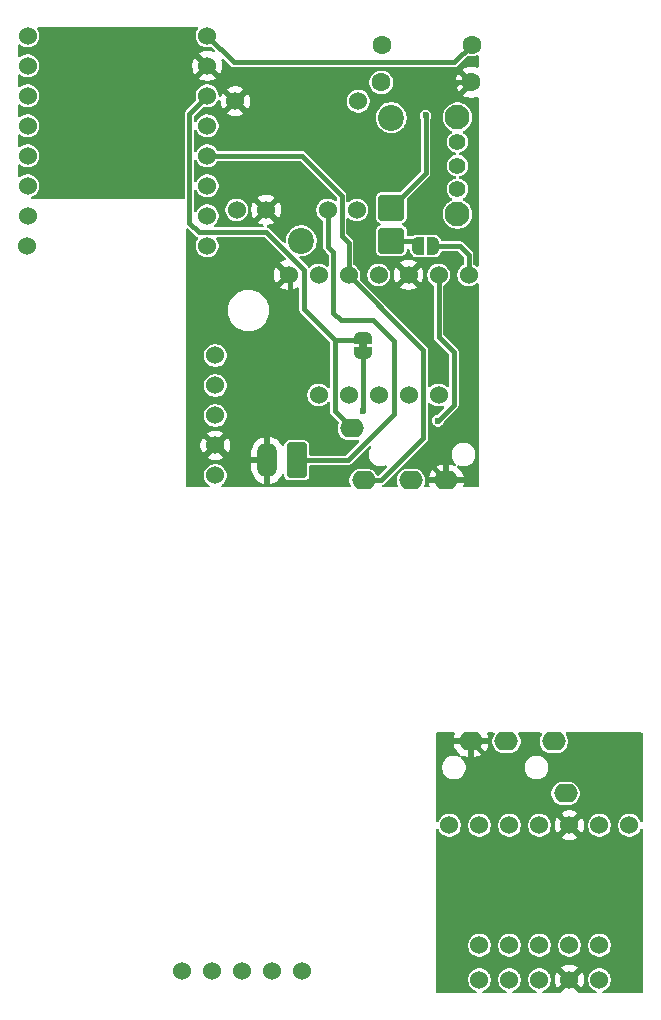
<source format=gbl>
G04 #@! TF.GenerationSoftware,KiCad,Pcbnew,9.0.2*
G04 #@! TF.CreationDate,2025-07-09T02:03:57-04:00*
G04 #@! TF.ProjectId,FBT,4642542e-6b69-4636-9164-5f7063625858,rev?*
G04 #@! TF.SameCoordinates,Original*
G04 #@! TF.FileFunction,Copper,L2,Bot*
G04 #@! TF.FilePolarity,Positive*
%FSLAX46Y46*%
G04 Gerber Fmt 4.6, Leading zero omitted, Abs format (unit mm)*
G04 Created by KiCad (PCBNEW 9.0.2) date 2025-07-09 02:03:57*
%MOMM*%
%LPD*%
G01*
G04 APERTURE LIST*
G04 Aperture macros list*
%AMRoundRect*
0 Rectangle with rounded corners*
0 $1 Rounding radius*
0 $2 $3 $4 $5 $6 $7 $8 $9 X,Y pos of 4 corners*
0 Add a 4 corners polygon primitive as box body*
4,1,4,$2,$3,$4,$5,$6,$7,$8,$9,$2,$3,0*
0 Add four circle primitives for the rounded corners*
1,1,$1+$1,$2,$3*
1,1,$1+$1,$4,$5*
1,1,$1+$1,$6,$7*
1,1,$1+$1,$8,$9*
0 Add four rect primitives between the rounded corners*
20,1,$1+$1,$2,$3,$4,$5,0*
20,1,$1+$1,$4,$5,$6,$7,0*
20,1,$1+$1,$6,$7,$8,$9,0*
20,1,$1+$1,$8,$9,$2,$3,0*%
%AMFreePoly0*
4,1,23,0.500000,-0.750000,0.000000,-0.750000,0.000000,-0.745722,-0.065263,-0.745722,-0.191342,-0.711940,-0.304381,-0.646677,-0.396677,-0.554381,-0.461940,-0.441342,-0.495722,-0.315263,-0.495722,-0.250000,-0.500000,-0.250000,-0.500000,0.250000,-0.495722,0.250000,-0.495722,0.315263,-0.461940,0.441342,-0.396677,0.554381,-0.304381,0.646677,-0.191342,0.711940,-0.065263,0.745722,0.000000,0.745722,
0.000000,0.750000,0.500000,0.750000,0.500000,-0.750000,0.500000,-0.750000,$1*%
%AMFreePoly1*
4,1,23,0.000000,0.745722,0.065263,0.745722,0.191342,0.711940,0.304381,0.646677,0.396677,0.554381,0.461940,0.441342,0.495722,0.315263,0.495722,0.250000,0.500000,0.250000,0.500000,-0.250000,0.495722,-0.250000,0.495722,-0.315263,0.461940,-0.441342,0.396677,-0.554381,0.304381,-0.646677,0.191342,-0.711940,0.065263,-0.745722,0.000000,-0.745722,0.000000,-0.750000,-0.500000,-0.750000,
-0.500000,0.750000,0.000000,0.750000,0.000000,0.745722,0.000000,0.745722,$1*%
G04 Aperture macros list end*
G04 #@! TA.AperFunction,EtchedComponent*
%ADD10C,0.000000*%
G04 #@! TD*
G04 #@! TA.AperFunction,ComponentPad*
%ADD11C,1.524000*%
G04 #@! TD*
G04 #@! TA.AperFunction,ComponentPad*
%ADD12RoundRect,0.249999X0.850001X-0.850001X0.850001X0.850001X-0.850001X0.850001X-0.850001X-0.850001X0*%
G04 #@! TD*
G04 #@! TA.AperFunction,ComponentPad*
%ADD13C,2.200000*%
G04 #@! TD*
G04 #@! TA.AperFunction,ComponentPad*
%ADD14O,2.000000X1.600000*%
G04 #@! TD*
G04 #@! TA.AperFunction,ComponentPad*
%ADD15RoundRect,0.249999X0.850001X0.850001X-0.850001X0.850001X-0.850001X-0.850001X0.850001X-0.850001X0*%
G04 #@! TD*
G04 #@! TA.AperFunction,ComponentPad*
%ADD16C,2.100000*%
G04 #@! TD*
G04 #@! TA.AperFunction,ComponentPad*
%ADD17C,1.400000*%
G04 #@! TD*
G04 #@! TA.AperFunction,ComponentPad*
%ADD18RoundRect,0.250000X0.600000X1.250000X-0.600000X1.250000X-0.600000X-1.250000X0.600000X-1.250000X0*%
G04 #@! TD*
G04 #@! TA.AperFunction,ComponentPad*
%ADD19O,1.700000X3.000000*%
G04 #@! TD*
G04 #@! TA.AperFunction,ComponentPad*
%ADD20C,1.600000*%
G04 #@! TD*
G04 #@! TA.AperFunction,SMDPad,CuDef*
%ADD21FreePoly0,180.000000*%
G04 #@! TD*
G04 #@! TA.AperFunction,SMDPad,CuDef*
%ADD22FreePoly1,180.000000*%
G04 #@! TD*
G04 #@! TA.AperFunction,SMDPad,CuDef*
%ADD23FreePoly0,270.000000*%
G04 #@! TD*
G04 #@! TA.AperFunction,SMDPad,CuDef*
%ADD24FreePoly1,270.000000*%
G04 #@! TD*
G04 #@! TA.AperFunction,ViaPad*
%ADD25C,0.600000*%
G04 #@! TD*
G04 #@! TA.AperFunction,Conductor*
%ADD26C,0.400000*%
G04 #@! TD*
G04 #@! TA.AperFunction,Conductor*
%ADD27C,0.200000*%
G04 #@! TD*
G04 APERTURE END LIST*
D10*
G04 #@! TA.AperFunction,EtchedComponent*
G36*
X160000000Y-77750000D02*
G01*
X159400000Y-77750000D01*
X159400000Y-77250000D01*
X160000000Y-77250000D01*
X160000000Y-77750000D01*
G37*
G04 #@! TD.AperFunction*
D11*
X159300000Y-56800000D03*
X148900000Y-56800000D03*
X149000000Y-66000000D03*
X151500000Y-66000000D03*
X156700000Y-66000000D03*
X159200000Y-66000000D03*
X131316004Y-51261392D03*
X131316004Y-53801392D03*
X131316004Y-56341392D03*
X131316004Y-58881392D03*
X131316004Y-61421392D03*
X131316004Y-63961392D03*
X131316004Y-66501392D03*
X131276004Y-69041392D03*
X146516004Y-69041392D03*
X146516004Y-66501392D03*
X146516004Y-63961392D03*
X146516004Y-61421392D03*
X146516004Y-58881392D03*
X146516004Y-56341392D03*
X146516004Y-53801392D03*
X146516004Y-51261392D03*
D12*
X162100000Y-65800000D03*
D13*
X162100000Y-58180000D03*
D14*
X175850000Y-111000000D03*
X171850000Y-111000000D03*
X168850000Y-111000000D03*
X176850000Y-115400000D03*
D15*
X162100000Y-68600000D03*
D13*
X154480000Y-68600000D03*
D14*
X159755000Y-88900000D03*
X163755000Y-88900000D03*
X166755000Y-88900000D03*
X158755000Y-84500000D03*
D16*
X167700000Y-66350000D03*
X167700000Y-58150000D03*
D17*
X167700000Y-64250000D03*
X167700000Y-62250000D03*
X167700000Y-60250000D03*
D18*
X154100000Y-87200000D03*
D19*
X151600000Y-87200000D03*
D11*
X147200000Y-88480000D03*
X147200000Y-85940000D03*
X147200000Y-83400000D03*
X147200000Y-80860000D03*
X147200000Y-78320000D03*
X182260000Y-118100000D03*
X179720000Y-118100000D03*
X177180000Y-118100000D03*
X174640000Y-118100000D03*
X172100000Y-118100000D03*
X169560000Y-118100000D03*
X167020000Y-118100000D03*
X169560000Y-128260000D03*
X172100000Y-128260000D03*
X174640000Y-128260000D03*
X177180000Y-128260000D03*
X179720000Y-128260000D03*
X154524000Y-130476000D03*
X151984000Y-130476000D03*
X149444000Y-130476000D03*
X146904000Y-130476000D03*
X144364000Y-130476000D03*
X168640000Y-71500000D03*
X166100000Y-71500000D03*
X163560000Y-71500000D03*
X161020000Y-71500000D03*
X158480000Y-71500000D03*
X155940000Y-71500000D03*
X153400000Y-71500000D03*
X155940000Y-81660000D03*
X158480000Y-81660000D03*
X161020000Y-81660000D03*
X163560000Y-81660000D03*
X166100000Y-81660000D03*
D20*
X168870000Y-55200000D03*
X161250000Y-55200000D03*
X161280000Y-52000000D03*
X168900000Y-52000000D03*
D21*
X165650000Y-69050000D03*
D22*
X164350000Y-69050000D03*
D23*
X159700000Y-76850000D03*
D24*
X159700000Y-78150000D03*
D11*
X179720000Y-131180000D03*
X177180000Y-131180000D03*
X174640000Y-131180000D03*
X172100000Y-131180000D03*
X169560000Y-131180000D03*
D25*
X165000000Y-58000000D03*
X164577500Y-86722500D03*
X164900000Y-65900000D03*
X159700000Y-83000000D03*
X166050000Y-83850000D03*
D26*
X161200000Y-88900000D02*
X159755000Y-88900000D01*
X154521392Y-61421392D02*
X146516004Y-61421392D01*
X164800000Y-85300000D02*
X161200000Y-88900000D01*
X157900000Y-68200000D02*
X157900000Y-64800000D01*
X158480000Y-68780000D02*
X157900000Y-68200000D01*
D27*
X159300000Y-88900000D02*
X159755000Y-88900000D01*
D26*
X164800000Y-77820000D02*
X164800000Y-85300000D01*
X163800000Y-76820000D02*
X164800000Y-77820000D01*
X157900000Y-64800000D02*
X154521392Y-61421392D01*
X163800000Y-76820000D02*
X158480000Y-71500000D01*
X158480000Y-71500000D02*
X158480000Y-68780000D01*
X154700000Y-71050000D02*
X151528392Y-67878392D01*
X145778392Y-67878392D02*
X145000000Y-67100000D01*
X145000000Y-67100000D02*
X145000000Y-57857396D01*
X159550000Y-77000000D02*
X159700000Y-76850000D01*
X157300000Y-83045000D02*
X158755000Y-84500000D01*
X159700000Y-76850000D02*
X159700000Y-77100000D01*
X145000000Y-57857396D02*
X146516004Y-56341392D01*
X151528392Y-67878392D02*
X145778392Y-67878392D01*
X157300000Y-77000000D02*
X157300000Y-83045000D01*
X157300000Y-77000000D02*
X155200000Y-74900000D01*
X155200000Y-74900000D02*
X154700000Y-74400000D01*
X157300000Y-77000000D02*
X159550000Y-77000000D01*
X154700000Y-74400000D02*
X154700000Y-71050000D01*
X168900000Y-52020000D02*
X168900000Y-52000000D01*
X165000000Y-58000000D02*
X165000000Y-62900000D01*
X167410000Y-53510000D02*
X168900000Y-52020000D01*
X163900000Y-68600000D02*
X164350000Y-69050000D01*
X167410000Y-53510000D02*
X167410000Y-53490000D01*
X148764612Y-53510000D02*
X167410000Y-53510000D01*
X165000000Y-62900000D02*
X162100000Y-65800000D01*
X146516004Y-51261392D02*
X148764612Y-53510000D01*
X167410000Y-53490000D02*
X168900000Y-52000000D01*
X162100000Y-68600000D02*
X163900000Y-68600000D01*
X157850000Y-75350000D02*
X160550000Y-75350000D01*
X162300000Y-77100000D02*
X162300000Y-83300000D01*
X156700000Y-66000000D02*
X156700000Y-69100000D01*
X157200000Y-69600000D02*
X157200000Y-74700000D01*
X162300000Y-83300000D02*
X158400000Y-87200000D01*
X157200000Y-74700000D02*
X157850000Y-75350000D01*
X158400000Y-87200000D02*
X154100000Y-87200000D01*
X156700000Y-69100000D02*
X157200000Y-69600000D01*
X160550000Y-75350000D02*
X162300000Y-77100000D01*
X170600000Y-112750000D02*
X168850000Y-111000000D01*
X147700000Y-55000000D02*
X147700000Y-55600000D01*
X166100000Y-56838630D02*
X167738630Y-55200000D01*
X163000000Y-60100000D02*
X152200000Y-60100000D01*
X170600000Y-115000000D02*
X170600000Y-112750000D01*
X168200000Y-72800000D02*
X167400000Y-72000000D01*
X146516004Y-53816004D02*
X147700000Y-55000000D01*
X147700000Y-55600000D02*
X148900000Y-56800000D01*
X165700000Y-55200000D02*
X163900000Y-57000000D01*
X147340000Y-85940000D02*
X148600000Y-87200000D01*
X166100000Y-64700000D02*
X166100000Y-56838630D01*
X152200000Y-60100000D02*
X148900000Y-56800000D01*
X164723000Y-70337000D02*
X163560000Y-71500000D01*
X164577500Y-86722500D02*
X166755000Y-88900000D01*
X147200000Y-85940000D02*
X147340000Y-85940000D01*
X163900000Y-57000000D02*
X163900000Y-59200000D01*
X153500000Y-71600000D02*
X153400000Y-71500000D01*
X177180000Y-118100000D02*
X175580000Y-116500000D01*
X167400000Y-72000000D02*
X167400000Y-71155269D01*
X168200000Y-84800000D02*
X168200000Y-72800000D01*
X146516004Y-53801392D02*
X146516004Y-53816004D01*
X164900000Y-65900000D02*
X166100000Y-64700000D01*
X148600000Y-87200000D02*
X151600000Y-87200000D01*
X167400000Y-71155269D02*
X166581731Y-70337000D01*
X166755000Y-86245000D02*
X168200000Y-84800000D01*
X167738630Y-55200000D02*
X168870000Y-55200000D01*
X147200000Y-85940000D02*
X153500000Y-79640000D01*
X163900000Y-59200000D02*
X163000000Y-60100000D01*
X166755000Y-88900000D02*
X166755000Y-86245000D01*
X172100000Y-116500000D02*
X170600000Y-115000000D01*
X153500000Y-79640000D02*
X153500000Y-71600000D01*
X168870000Y-55200000D02*
X165700000Y-55200000D01*
X175580000Y-116500000D02*
X172100000Y-116500000D01*
X166581731Y-70337000D02*
X164723000Y-70337000D01*
X166100000Y-71500000D02*
X166100000Y-76750000D01*
X166100000Y-76750000D02*
X167400000Y-78050000D01*
X167400000Y-78050000D02*
X167400000Y-82500000D01*
X166050000Y-83850000D02*
X166000000Y-83900000D01*
X159700000Y-83000000D02*
X159700000Y-78400000D01*
X167400000Y-82500000D02*
X166050000Y-83850000D01*
X168640000Y-69790000D02*
X168640000Y-71500000D01*
X167900000Y-69050000D02*
X168640000Y-69790000D01*
X165500000Y-69050000D02*
X167900000Y-69050000D01*
G04 #@! TA.AperFunction,Conductor*
G36*
X144905203Y-67572041D02*
G01*
X144911681Y-67578073D01*
X145453571Y-68119963D01*
X145453581Y-68119974D01*
X145532480Y-68198873D01*
X145563656Y-68216872D01*
X145570496Y-68220821D01*
X145623805Y-68251599D01*
X145687233Y-68268594D01*
X145694939Y-68271820D01*
X145715833Y-68288785D01*
X145738817Y-68302795D01*
X145742549Y-68310477D01*
X145749180Y-68315862D01*
X145757585Y-68341431D01*
X145769346Y-68365642D01*
X145768331Y-68374123D01*
X145770999Y-68382237D01*
X145764246Y-68408290D01*
X145761051Y-68435018D01*
X145753902Y-68448203D01*
X145753470Y-68449872D01*
X145752523Y-68450746D01*
X145750166Y-68455095D01*
X145663046Y-68585480D01*
X145590492Y-68760640D01*
X145590490Y-68760648D01*
X145553504Y-68946589D01*
X145553504Y-69136194D01*
X145590490Y-69322135D01*
X145590492Y-69322143D01*
X145663046Y-69497304D01*
X145768381Y-69654950D01*
X145902445Y-69789014D01*
X145956111Y-69824872D01*
X146060089Y-69894348D01*
X146060090Y-69894348D01*
X146060091Y-69894349D01*
X146074941Y-69900500D01*
X146235253Y-69966904D01*
X146403384Y-70000347D01*
X146421201Y-70003891D01*
X146421205Y-70003892D01*
X146421206Y-70003892D01*
X146610803Y-70003892D01*
X146610804Y-70003891D01*
X146796755Y-69966904D01*
X146971919Y-69894348D01*
X147129562Y-69789014D01*
X147263626Y-69654950D01*
X147368960Y-69497307D01*
X147441516Y-69322143D01*
X147478504Y-69136190D01*
X147478504Y-68946594D01*
X147441516Y-68760641D01*
X147368960Y-68585477D01*
X147292992Y-68471783D01*
X147272114Y-68405105D01*
X147290599Y-68337725D01*
X147342578Y-68291035D01*
X147396094Y-68278892D01*
X151311137Y-68278892D01*
X151378176Y-68298577D01*
X151398818Y-68315211D01*
X153148730Y-70065123D01*
X153182215Y-70126446D01*
X153177231Y-70196138D01*
X153135359Y-70252071D01*
X153099368Y-70270735D01*
X152915561Y-70330458D01*
X152738564Y-70420643D01*
X152701283Y-70447729D01*
X152701282Y-70447730D01*
X153311414Y-71057862D01*
X153226306Y-71080667D01*
X153123694Y-71139910D01*
X153039910Y-71223694D01*
X152980667Y-71326306D01*
X152957861Y-71411414D01*
X152347730Y-70801282D01*
X152347729Y-70801283D01*
X152320643Y-70838564D01*
X152230457Y-71015562D01*
X152169075Y-71204476D01*
X152169075Y-71204479D01*
X152138000Y-71400678D01*
X152138000Y-71599321D01*
X152169075Y-71795520D01*
X152169075Y-71795523D01*
X152230457Y-71984437D01*
X152320641Y-72161432D01*
X152347730Y-72198715D01*
X152347731Y-72198716D01*
X152957861Y-71588585D01*
X152980667Y-71673694D01*
X153039910Y-71776306D01*
X153123694Y-71860090D01*
X153226306Y-71919333D01*
X153311413Y-71942137D01*
X152701283Y-72552268D01*
X152701283Y-72552269D01*
X152738567Y-72579358D01*
X152915562Y-72669542D01*
X153104477Y-72730924D01*
X153300679Y-72762000D01*
X153499321Y-72762000D01*
X153695520Y-72730924D01*
X153695523Y-72730924D01*
X153884437Y-72669542D01*
X154061432Y-72579358D01*
X154102614Y-72549438D01*
X154168420Y-72525958D01*
X154236474Y-72541783D01*
X154285169Y-72591888D01*
X154299500Y-72649756D01*
X154299500Y-74452726D01*
X154326793Y-74554589D01*
X154353156Y-74600250D01*
X154379520Y-74645913D01*
X154379521Y-74645914D01*
X154379522Y-74645915D01*
X154875179Y-75141571D01*
X154875200Y-75141594D01*
X156863181Y-77129574D01*
X156896666Y-77190897D01*
X156899500Y-77217255D01*
X156899500Y-80958957D01*
X156879815Y-81025996D01*
X156827011Y-81071751D01*
X156757853Y-81081695D01*
X156694297Y-81052670D01*
X156687819Y-81046638D01*
X156553558Y-80912377D01*
X156395912Y-80807042D01*
X156220751Y-80734488D01*
X156220743Y-80734486D01*
X156034802Y-80697500D01*
X156034798Y-80697500D01*
X155845202Y-80697500D01*
X155845197Y-80697500D01*
X155659256Y-80734486D01*
X155659248Y-80734488D01*
X155484087Y-80807042D01*
X155326441Y-80912377D01*
X155192377Y-81046441D01*
X155087042Y-81204087D01*
X155014488Y-81379248D01*
X155014486Y-81379256D01*
X154977500Y-81565197D01*
X154977500Y-81754802D01*
X155014486Y-81940743D01*
X155014488Y-81940751D01*
X155087042Y-82115912D01*
X155192377Y-82273558D01*
X155326441Y-82407622D01*
X155406392Y-82461043D01*
X155484085Y-82512956D01*
X155659249Y-82585512D01*
X155845197Y-82622499D01*
X155845201Y-82622500D01*
X155845202Y-82622500D01*
X156034799Y-82622500D01*
X156034800Y-82622499D01*
X156220751Y-82585512D01*
X156395915Y-82512956D01*
X156553558Y-82407622D01*
X156612931Y-82348249D01*
X156687819Y-82273362D01*
X156749142Y-82239877D01*
X156818834Y-82244861D01*
X156874767Y-82286733D01*
X156899184Y-82352197D01*
X156899500Y-82361043D01*
X156899500Y-82992273D01*
X156899500Y-83097727D01*
X156905267Y-83119249D01*
X156926793Y-83199589D01*
X156953156Y-83245250D01*
X156979520Y-83290913D01*
X156979521Y-83290914D01*
X156979522Y-83290915D01*
X157623349Y-83934742D01*
X157656834Y-83996065D01*
X157651850Y-84065757D01*
X157650229Y-84069875D01*
X157592950Y-84208160D01*
X157592947Y-84208170D01*
X157554500Y-84401456D01*
X157554500Y-84401459D01*
X157554500Y-84598541D01*
X157554500Y-84598543D01*
X157554499Y-84598543D01*
X157592947Y-84791829D01*
X157592950Y-84791839D01*
X157668364Y-84973907D01*
X157668371Y-84973920D01*
X157777860Y-85137781D01*
X157777863Y-85137785D01*
X157917214Y-85277136D01*
X157917218Y-85277139D01*
X158081079Y-85386628D01*
X158081092Y-85386635D01*
X158263160Y-85462049D01*
X158263165Y-85462051D01*
X158263169Y-85462051D01*
X158263170Y-85462052D01*
X158456456Y-85500500D01*
X158456459Y-85500500D01*
X159053543Y-85500500D01*
X159131640Y-85484964D01*
X159246835Y-85462051D01*
X159246837Y-85462049D01*
X159251266Y-85461169D01*
X159320858Y-85467396D01*
X159376035Y-85510258D01*
X159399280Y-85576148D01*
X159383213Y-85644145D01*
X159363139Y-85670467D01*
X158270426Y-86763181D01*
X158209103Y-86796666D01*
X158182745Y-86799500D01*
X155274500Y-86799500D01*
X155207461Y-86779815D01*
X155161706Y-86727011D01*
X155150500Y-86675500D01*
X155150500Y-85895730D01*
X155147646Y-85865300D01*
X155147646Y-85865298D01*
X155103084Y-85737950D01*
X155102793Y-85737118D01*
X155022150Y-85627850D01*
X154912882Y-85547207D01*
X154912880Y-85547206D01*
X154784700Y-85502353D01*
X154754270Y-85499500D01*
X154754266Y-85499500D01*
X153445734Y-85499500D01*
X153445730Y-85499500D01*
X153415300Y-85502353D01*
X153415298Y-85502353D01*
X153287119Y-85547206D01*
X153287117Y-85547207D01*
X153177850Y-85627850D01*
X153097207Y-85737117D01*
X153097206Y-85737119D01*
X153052353Y-85865298D01*
X153052353Y-85865300D01*
X153049500Y-85895730D01*
X153049500Y-85904676D01*
X153029815Y-85971715D01*
X152977011Y-86017470D01*
X152907853Y-86027414D01*
X152844297Y-85998389D01*
X152815015Y-85960971D01*
X152754620Y-85842442D01*
X152629727Y-85670540D01*
X152629723Y-85670535D01*
X152479464Y-85520276D01*
X152479459Y-85520272D01*
X152307557Y-85395379D01*
X152118215Y-85298903D01*
X151916124Y-85233241D01*
X151850000Y-85222768D01*
X151850000Y-86766988D01*
X151792993Y-86734075D01*
X151665826Y-86700000D01*
X151534174Y-86700000D01*
X151407007Y-86734075D01*
X151350000Y-86766988D01*
X151350000Y-85222768D01*
X151349999Y-85222768D01*
X151283875Y-85233241D01*
X151081784Y-85298903D01*
X150892442Y-85395379D01*
X150720540Y-85520272D01*
X150720535Y-85520276D01*
X150570276Y-85670535D01*
X150570272Y-85670540D01*
X150445379Y-85842442D01*
X150348904Y-86031782D01*
X150283242Y-86233869D01*
X150283242Y-86233872D01*
X150250000Y-86443753D01*
X150250000Y-86950000D01*
X151166988Y-86950000D01*
X151134075Y-87007007D01*
X151100000Y-87134174D01*
X151100000Y-87265826D01*
X151134075Y-87392993D01*
X151166988Y-87450000D01*
X150250000Y-87450000D01*
X150250000Y-87956246D01*
X150283242Y-88166127D01*
X150283242Y-88166130D01*
X150348904Y-88368217D01*
X150445379Y-88557557D01*
X150570272Y-88729459D01*
X150570276Y-88729464D01*
X150720535Y-88879723D01*
X150720540Y-88879727D01*
X150892442Y-89004620D01*
X151081782Y-89101095D01*
X151283871Y-89166757D01*
X151350000Y-89177231D01*
X151350000Y-87633012D01*
X151407007Y-87665925D01*
X151534174Y-87700000D01*
X151665826Y-87700000D01*
X151792993Y-87665925D01*
X151850000Y-87633012D01*
X151850000Y-89177230D01*
X151916126Y-89166757D01*
X151916129Y-89166757D01*
X152118217Y-89101095D01*
X152307557Y-89004620D01*
X152479459Y-88879727D01*
X152479464Y-88879723D01*
X152629723Y-88729464D01*
X152629727Y-88729459D01*
X152754620Y-88557557D01*
X152815015Y-88439028D01*
X152862990Y-88388232D01*
X152930811Y-88371437D01*
X152996946Y-88393974D01*
X153040397Y-88448690D01*
X153049500Y-88495323D01*
X153049500Y-88504269D01*
X153052353Y-88534699D01*
X153052353Y-88534701D01*
X153092699Y-88650000D01*
X153097207Y-88662882D01*
X153177850Y-88772150D01*
X153287118Y-88852793D01*
X153290345Y-88853922D01*
X153415299Y-88897646D01*
X153445730Y-88900500D01*
X153445734Y-88900500D01*
X154754270Y-88900500D01*
X154784699Y-88897646D01*
X154784701Y-88897646D01*
X154848790Y-88875219D01*
X154912882Y-88852793D01*
X155022150Y-88772150D01*
X155102793Y-88662882D01*
X155126341Y-88595586D01*
X155147646Y-88534701D01*
X155147646Y-88534699D01*
X155150500Y-88504269D01*
X155150500Y-87724500D01*
X155170185Y-87657461D01*
X155222989Y-87611706D01*
X155274500Y-87600500D01*
X158452725Y-87600500D01*
X158452727Y-87600500D01*
X158554588Y-87573207D01*
X158645913Y-87520480D01*
X160189417Y-85976975D01*
X160250738Y-85943492D01*
X160320430Y-85948476D01*
X160376363Y-85990348D01*
X160400780Y-86055812D01*
X160385928Y-86124085D01*
X160380199Y-86133548D01*
X160318370Y-86226081D01*
X160318364Y-86226092D01*
X160242950Y-86408160D01*
X160242947Y-86408170D01*
X160204500Y-86601456D01*
X160204500Y-86601459D01*
X160204500Y-86798541D01*
X160204500Y-86798543D01*
X160204499Y-86798543D01*
X160242947Y-86991829D01*
X160242950Y-86991839D01*
X160318364Y-87173907D01*
X160318371Y-87173920D01*
X160427860Y-87337781D01*
X160427863Y-87337785D01*
X160567214Y-87477136D01*
X160567218Y-87477139D01*
X160731079Y-87586628D01*
X160731092Y-87586635D01*
X160911077Y-87661186D01*
X160913165Y-87662051D01*
X160913169Y-87662051D01*
X160913170Y-87662052D01*
X161106456Y-87700500D01*
X161106459Y-87700500D01*
X161303543Y-87700500D01*
X161477359Y-87665925D01*
X161496835Y-87662051D01*
X161560588Y-87635643D01*
X161630055Y-87628175D01*
X161692535Y-87659450D01*
X161728187Y-87719539D01*
X161725694Y-87789364D01*
X161695720Y-87837886D01*
X161070426Y-88463181D01*
X161043498Y-88477884D01*
X161017680Y-88494477D01*
X161011479Y-88495368D01*
X161009103Y-88496666D01*
X160982745Y-88499500D01*
X160954895Y-88499500D01*
X160887856Y-88479815D01*
X160845493Y-88430926D01*
X160844502Y-88431456D01*
X160842166Y-88427086D01*
X160842101Y-88427011D01*
X160841990Y-88426756D01*
X160841628Y-88426079D01*
X160732139Y-88262218D01*
X160732136Y-88262214D01*
X160592785Y-88122863D01*
X160592781Y-88122860D01*
X160428920Y-88013371D01*
X160428907Y-88013364D01*
X160246839Y-87937950D01*
X160246829Y-87937947D01*
X160053543Y-87899500D01*
X160053541Y-87899500D01*
X159456459Y-87899500D01*
X159456457Y-87899500D01*
X159263170Y-87937947D01*
X159263160Y-87937950D01*
X159081092Y-88013364D01*
X159081079Y-88013371D01*
X158917218Y-88122860D01*
X158917214Y-88122863D01*
X158777863Y-88262214D01*
X158777860Y-88262218D01*
X158668371Y-88426079D01*
X158668364Y-88426092D01*
X158592950Y-88608160D01*
X158592947Y-88608170D01*
X158554500Y-88801456D01*
X158554500Y-88801459D01*
X158554500Y-88998541D01*
X158554500Y-88998543D01*
X158554499Y-88998543D01*
X158592947Y-89191829D01*
X158592950Y-89191839D01*
X158649369Y-89328048D01*
X158656838Y-89397517D01*
X158625562Y-89459996D01*
X158565473Y-89495648D01*
X158534808Y-89499500D01*
X147815437Y-89499500D01*
X147748398Y-89479815D01*
X147702643Y-89427011D01*
X147692699Y-89357853D01*
X147721724Y-89294297D01*
X147746547Y-89272398D01*
X147787838Y-89244807D01*
X147813558Y-89227622D01*
X147947622Y-89093558D01*
X148052956Y-88935915D01*
X148125512Y-88760751D01*
X148162500Y-88574798D01*
X148162500Y-88385202D01*
X148125512Y-88199249D01*
X148052956Y-88024085D01*
X147969711Y-87899500D01*
X147947622Y-87866441D01*
X147813558Y-87732377D01*
X147655912Y-87627042D01*
X147480751Y-87554488D01*
X147480743Y-87554486D01*
X147308651Y-87520255D01*
X147294802Y-87517500D01*
X147294798Y-87517500D01*
X147105202Y-87517500D01*
X147105197Y-87517500D01*
X146919256Y-87554486D01*
X146919248Y-87554488D01*
X146744087Y-87627042D01*
X146586441Y-87732377D01*
X146452377Y-87866441D01*
X146347042Y-88024087D01*
X146274488Y-88199248D01*
X146274486Y-88199256D01*
X146237500Y-88385197D01*
X146237500Y-88574802D01*
X146274486Y-88760743D01*
X146274488Y-88760751D01*
X146347042Y-88935912D01*
X146452377Y-89093558D01*
X146586438Y-89227619D01*
X146586446Y-89227625D01*
X146653453Y-89272398D01*
X146698259Y-89326010D01*
X146706966Y-89395335D01*
X146676812Y-89458362D01*
X146617369Y-89495082D01*
X146584563Y-89499500D01*
X144824000Y-89499500D01*
X144756961Y-89479815D01*
X144711206Y-89427011D01*
X144700000Y-89375500D01*
X144700000Y-85840678D01*
X145938000Y-85840678D01*
X145938000Y-86039321D01*
X145969075Y-86235520D01*
X145969075Y-86235523D01*
X146030457Y-86424437D01*
X146120641Y-86601432D01*
X146147730Y-86638715D01*
X146147731Y-86638716D01*
X146757861Y-86028585D01*
X146780667Y-86113694D01*
X146839910Y-86216306D01*
X146923694Y-86300090D01*
X147026306Y-86359333D01*
X147111414Y-86382137D01*
X146501283Y-86992268D01*
X146501283Y-86992269D01*
X146538567Y-87019358D01*
X146715562Y-87109542D01*
X146904477Y-87170924D01*
X147100679Y-87202000D01*
X147299321Y-87202000D01*
X147495520Y-87170924D01*
X147495523Y-87170924D01*
X147684437Y-87109542D01*
X147861425Y-87019362D01*
X147898716Y-86992268D01*
X147288585Y-86382137D01*
X147373694Y-86359333D01*
X147476306Y-86300090D01*
X147560090Y-86216306D01*
X147619333Y-86113694D01*
X147642138Y-86028585D01*
X148252268Y-86638715D01*
X148279362Y-86601425D01*
X148369541Y-86424438D01*
X148377300Y-86400562D01*
X148377300Y-86400561D01*
X148430924Y-86235523D01*
X148430924Y-86235520D01*
X148462000Y-86039321D01*
X148462000Y-85840678D01*
X148430924Y-85644479D01*
X148430924Y-85644476D01*
X148369542Y-85455562D01*
X148279358Y-85278567D01*
X148252268Y-85241283D01*
X147642137Y-85851414D01*
X147619333Y-85766306D01*
X147560090Y-85663694D01*
X147476306Y-85579910D01*
X147373694Y-85520667D01*
X147288585Y-85497861D01*
X147898716Y-84887731D01*
X147898715Y-84887730D01*
X147861432Y-84860641D01*
X147684437Y-84770457D01*
X147495522Y-84709075D01*
X147299321Y-84678000D01*
X147100679Y-84678000D01*
X146904479Y-84709075D01*
X146904476Y-84709075D01*
X146715562Y-84770457D01*
X146538564Y-84860643D01*
X146501283Y-84887729D01*
X146501282Y-84887730D01*
X147111415Y-85497861D01*
X147026306Y-85520667D01*
X146923694Y-85579910D01*
X146839910Y-85663694D01*
X146780667Y-85766306D01*
X146757861Y-85851414D01*
X146147730Y-85241282D01*
X146147729Y-85241283D01*
X146120643Y-85278564D01*
X146030457Y-85455562D01*
X145969075Y-85644476D01*
X145969075Y-85644479D01*
X145938000Y-85840678D01*
X144700000Y-85840678D01*
X144700000Y-83305197D01*
X146237500Y-83305197D01*
X146237500Y-83494802D01*
X146274486Y-83680743D01*
X146274488Y-83680751D01*
X146347042Y-83855912D01*
X146452377Y-84013558D01*
X146586441Y-84147622D01*
X146677043Y-84208160D01*
X146744085Y-84252956D01*
X146919249Y-84325512D01*
X147105197Y-84362499D01*
X147105201Y-84362500D01*
X147105202Y-84362500D01*
X147294799Y-84362500D01*
X147294800Y-84362499D01*
X147480751Y-84325512D01*
X147655915Y-84252956D01*
X147813558Y-84147622D01*
X147947622Y-84013558D01*
X148052956Y-83855915D01*
X148125512Y-83680751D01*
X148162500Y-83494798D01*
X148162500Y-83305202D01*
X148125512Y-83119249D01*
X148052956Y-82944085D01*
X147975220Y-82827745D01*
X147947622Y-82786441D01*
X147813558Y-82652377D01*
X147655912Y-82547042D01*
X147480751Y-82474488D01*
X147480743Y-82474486D01*
X147294802Y-82437500D01*
X147294798Y-82437500D01*
X147105202Y-82437500D01*
X147105197Y-82437500D01*
X146919256Y-82474486D01*
X146919248Y-82474488D01*
X146744087Y-82547042D01*
X146586441Y-82652377D01*
X146452377Y-82786441D01*
X146347042Y-82944087D01*
X146274488Y-83119248D01*
X146274486Y-83119256D01*
X146237500Y-83305197D01*
X144700000Y-83305197D01*
X144700000Y-80765197D01*
X146237500Y-80765197D01*
X146237500Y-80954802D01*
X146274486Y-81140743D01*
X146274488Y-81140751D01*
X146347042Y-81315912D01*
X146452377Y-81473558D01*
X146586441Y-81607622D01*
X146691300Y-81677686D01*
X146744085Y-81712956D01*
X146919249Y-81785512D01*
X147105197Y-81822499D01*
X147105201Y-81822500D01*
X147105202Y-81822500D01*
X147294799Y-81822500D01*
X147294800Y-81822499D01*
X147480751Y-81785512D01*
X147655915Y-81712956D01*
X147813558Y-81607622D01*
X147947622Y-81473558D01*
X148052956Y-81315915D01*
X148125512Y-81140751D01*
X148162500Y-80954798D01*
X148162500Y-80765202D01*
X148125512Y-80579249D01*
X148052956Y-80404085D01*
X148017686Y-80351300D01*
X147947622Y-80246441D01*
X147813558Y-80112377D01*
X147655912Y-80007042D01*
X147480751Y-79934488D01*
X147480743Y-79934486D01*
X147294802Y-79897500D01*
X147294798Y-79897500D01*
X147105202Y-79897500D01*
X147105197Y-79897500D01*
X146919256Y-79934486D01*
X146919248Y-79934488D01*
X146744087Y-80007042D01*
X146586441Y-80112377D01*
X146452377Y-80246441D01*
X146347042Y-80404087D01*
X146274488Y-80579248D01*
X146274486Y-80579256D01*
X146237500Y-80765197D01*
X144700000Y-80765197D01*
X144700000Y-78225197D01*
X146237500Y-78225197D01*
X146237500Y-78414802D01*
X146274486Y-78600743D01*
X146274488Y-78600751D01*
X146347042Y-78775912D01*
X146452377Y-78933558D01*
X146586441Y-79067622D01*
X146691300Y-79137686D01*
X146744085Y-79172956D01*
X146919249Y-79245512D01*
X147105197Y-79282499D01*
X147105201Y-79282500D01*
X147105202Y-79282500D01*
X147294799Y-79282500D01*
X147294800Y-79282499D01*
X147480751Y-79245512D01*
X147655915Y-79172956D01*
X147813558Y-79067622D01*
X147947622Y-78933558D01*
X148052956Y-78775915D01*
X148125512Y-78600751D01*
X148162500Y-78414798D01*
X148162500Y-78225202D01*
X148125512Y-78039249D01*
X148052956Y-77864085D01*
X148017686Y-77811300D01*
X147947622Y-77706441D01*
X147813558Y-77572377D01*
X147655912Y-77467042D01*
X147480751Y-77394488D01*
X147480743Y-77394486D01*
X147294802Y-77357500D01*
X147294798Y-77357500D01*
X147105202Y-77357500D01*
X147105197Y-77357500D01*
X146919256Y-77394486D01*
X146919248Y-77394488D01*
X146744087Y-77467042D01*
X146586441Y-77572377D01*
X146452377Y-77706441D01*
X146347042Y-77864087D01*
X146274488Y-78039248D01*
X146274486Y-78039256D01*
X146237500Y-78225197D01*
X144700000Y-78225197D01*
X144700000Y-74385258D01*
X148249500Y-74385258D01*
X148249500Y-74614741D01*
X148267667Y-74752726D01*
X148279452Y-74842238D01*
X148329634Y-75029522D01*
X148338842Y-75063887D01*
X148426650Y-75275876D01*
X148426657Y-75275890D01*
X148541392Y-75474617D01*
X148681081Y-75656661D01*
X148681089Y-75656670D01*
X148843330Y-75818911D01*
X148843338Y-75818918D01*
X149025382Y-75958607D01*
X149025385Y-75958608D01*
X149025388Y-75958611D01*
X149224112Y-76073344D01*
X149224117Y-76073346D01*
X149224123Y-76073349D01*
X149315480Y-76111190D01*
X149436113Y-76161158D01*
X149657762Y-76220548D01*
X149885266Y-76250500D01*
X149885273Y-76250500D01*
X150114727Y-76250500D01*
X150114734Y-76250500D01*
X150342238Y-76220548D01*
X150563887Y-76161158D01*
X150775888Y-76073344D01*
X150974612Y-75958611D01*
X151156661Y-75818919D01*
X151156665Y-75818914D01*
X151156670Y-75818911D01*
X151318911Y-75656670D01*
X151318914Y-75656665D01*
X151318919Y-75656661D01*
X151458611Y-75474612D01*
X151573344Y-75275888D01*
X151661158Y-75063887D01*
X151720548Y-74842238D01*
X151750500Y-74614734D01*
X151750500Y-74385266D01*
X151720548Y-74157762D01*
X151661158Y-73936113D01*
X151573344Y-73724112D01*
X151458611Y-73525388D01*
X151458608Y-73525385D01*
X151458607Y-73525382D01*
X151318918Y-73343338D01*
X151318911Y-73343330D01*
X151156670Y-73181089D01*
X151156661Y-73181081D01*
X150974617Y-73041392D01*
X150775890Y-72926657D01*
X150775876Y-72926650D01*
X150563887Y-72838842D01*
X150342238Y-72779452D01*
X150304215Y-72774446D01*
X150114741Y-72749500D01*
X150114734Y-72749500D01*
X149885266Y-72749500D01*
X149885258Y-72749500D01*
X149668715Y-72778009D01*
X149657762Y-72779452D01*
X149564076Y-72804554D01*
X149436112Y-72838842D01*
X149224123Y-72926650D01*
X149224109Y-72926657D01*
X149025382Y-73041392D01*
X148843338Y-73181081D01*
X148681081Y-73343338D01*
X148541392Y-73525382D01*
X148426657Y-73724109D01*
X148426650Y-73724123D01*
X148338842Y-73936112D01*
X148279453Y-74157759D01*
X148279451Y-74157770D01*
X148249500Y-74385258D01*
X144700000Y-74385258D01*
X144700000Y-67665754D01*
X144719685Y-67598715D01*
X144772489Y-67552960D01*
X144841647Y-67543016D01*
X144905203Y-67572041D01*
G37*
G04 #@! TD.AperFunction*
G04 #@! TA.AperFunction,Conductor*
G36*
X145701879Y-50520185D02*
G01*
X145747634Y-50572989D01*
X145757578Y-50642147D01*
X145737942Y-50693391D01*
X145663046Y-50805479D01*
X145590492Y-50980640D01*
X145590490Y-50980648D01*
X145553504Y-51166589D01*
X145553504Y-51356194D01*
X145590490Y-51542135D01*
X145590492Y-51542143D01*
X145663046Y-51717304D01*
X145768381Y-51874950D01*
X145902445Y-52009014D01*
X146007304Y-52079078D01*
X146060089Y-52114348D01*
X146235253Y-52186904D01*
X146421201Y-52223891D01*
X146421205Y-52223892D01*
X146421206Y-52223892D01*
X146610803Y-52223892D01*
X146610803Y-52223891D01*
X146796755Y-52186904D01*
X146796757Y-52186902D01*
X146797114Y-52186832D01*
X146866706Y-52193059D01*
X146908987Y-52220768D01*
X147108688Y-52420469D01*
X147142173Y-52481792D01*
X147137189Y-52551484D01*
X147095317Y-52607417D01*
X147029853Y-52631834D01*
X146982689Y-52626081D01*
X146811526Y-52570467D01*
X146615325Y-52539392D01*
X146416683Y-52539392D01*
X146220483Y-52570467D01*
X146220480Y-52570467D01*
X146031566Y-52631849D01*
X145854568Y-52722035D01*
X145817287Y-52749121D01*
X145817286Y-52749122D01*
X146427419Y-53359253D01*
X146342310Y-53382059D01*
X146239698Y-53441302D01*
X146155914Y-53525086D01*
X146096671Y-53627698D01*
X146073865Y-53712806D01*
X145463734Y-53102674D01*
X145463733Y-53102675D01*
X145436647Y-53139956D01*
X145346461Y-53316954D01*
X145285079Y-53505868D01*
X145285079Y-53505871D01*
X145254004Y-53702070D01*
X145254004Y-53900713D01*
X145285079Y-54096912D01*
X145285079Y-54096915D01*
X145346461Y-54285829D01*
X145436645Y-54462824D01*
X145463734Y-54500107D01*
X145463735Y-54500108D01*
X146073865Y-53889977D01*
X146096671Y-53975086D01*
X146155914Y-54077698D01*
X146239698Y-54161482D01*
X146342310Y-54220725D01*
X146427418Y-54243529D01*
X145817287Y-54853660D01*
X145817287Y-54853661D01*
X145854571Y-54880750D01*
X146031566Y-54970934D01*
X146220481Y-55032316D01*
X146416683Y-55063392D01*
X146615325Y-55063392D01*
X146811524Y-55032316D01*
X146811527Y-55032316D01*
X146980432Y-54977436D01*
X147000441Y-54970934D01*
X147177429Y-54880754D01*
X147214720Y-54853660D01*
X146604589Y-54243529D01*
X146689698Y-54220725D01*
X146792310Y-54161482D01*
X146876094Y-54077698D01*
X146935337Y-53975086D01*
X146958142Y-53889976D01*
X147568272Y-54500107D01*
X147595366Y-54462817D01*
X147685546Y-54285829D01*
X147746928Y-54096915D01*
X147746928Y-54096912D01*
X147778004Y-53900713D01*
X147778004Y-53702070D01*
X147746928Y-53505871D01*
X147746928Y-53505868D01*
X147691314Y-53334706D01*
X147689319Y-53264865D01*
X147725399Y-53205032D01*
X147788100Y-53174204D01*
X147857514Y-53182169D01*
X147896926Y-53208707D01*
X148518699Y-53830480D01*
X148610024Y-53883207D01*
X148711885Y-53910500D01*
X148711887Y-53910500D01*
X167462725Y-53910500D01*
X167462727Y-53910500D01*
X167564588Y-53883207D01*
X167655913Y-53830480D01*
X168491383Y-52995008D01*
X168552704Y-52961525D01*
X168603254Y-52961074D01*
X168608164Y-52962050D01*
X168608165Y-52962051D01*
X168637333Y-52967853D01*
X168801456Y-53000500D01*
X168801459Y-53000500D01*
X168998543Y-53000500D01*
X169128582Y-52974632D01*
X169191835Y-52962051D01*
X169328048Y-52905629D01*
X169397517Y-52898161D01*
X169459996Y-52929436D01*
X169495648Y-52989525D01*
X169499500Y-53020191D01*
X169499500Y-53866964D01*
X169479815Y-53934003D01*
X169427011Y-53979758D01*
X169357853Y-53989702D01*
X169337182Y-53984895D01*
X169174419Y-53932010D01*
X168972317Y-53900000D01*
X168767683Y-53900000D01*
X168565582Y-53932009D01*
X168370968Y-53995244D01*
X168188644Y-54088143D01*
X168144077Y-54120523D01*
X168144077Y-54120524D01*
X168823553Y-54800000D01*
X168817339Y-54800000D01*
X168715606Y-54827259D01*
X168624394Y-54879920D01*
X168549920Y-54954394D01*
X168497259Y-55045606D01*
X168470000Y-55147339D01*
X168470000Y-55153553D01*
X167790524Y-54474077D01*
X167790523Y-54474077D01*
X167758143Y-54518644D01*
X167665244Y-54700968D01*
X167602009Y-54895582D01*
X167570000Y-55097682D01*
X167570000Y-55302317D01*
X167602009Y-55504417D01*
X167665244Y-55699031D01*
X167758141Y-55881350D01*
X167758147Y-55881359D01*
X167790523Y-55925921D01*
X167790524Y-55925922D01*
X168470000Y-55246446D01*
X168470000Y-55252661D01*
X168497259Y-55354394D01*
X168549920Y-55445606D01*
X168624394Y-55520080D01*
X168715606Y-55572741D01*
X168817339Y-55600000D01*
X168823552Y-55600000D01*
X168144076Y-56279474D01*
X168188650Y-56311859D01*
X168370968Y-56404755D01*
X168565582Y-56467990D01*
X168767683Y-56500000D01*
X168972317Y-56500000D01*
X169174417Y-56467990D01*
X169337181Y-56415103D01*
X169407022Y-56413107D01*
X169466855Y-56449187D01*
X169497684Y-56511888D01*
X169499500Y-56533034D01*
X169499500Y-70698957D01*
X169479815Y-70765996D01*
X169427011Y-70811751D01*
X169357853Y-70821695D01*
X169294297Y-70792670D01*
X169287819Y-70786638D01*
X169253561Y-70752380D01*
X169253557Y-70752377D01*
X169095609Y-70646839D01*
X169050804Y-70593227D01*
X169040500Y-70543737D01*
X169040500Y-69737275D01*
X169040499Y-69737270D01*
X169033127Y-69709755D01*
X169013208Y-69635414D01*
X168990305Y-69595745D01*
X168960480Y-69544087D01*
X168145913Y-68729520D01*
X168098855Y-68702351D01*
X168054589Y-68676793D01*
X168003657Y-68663146D01*
X167952727Y-68649500D01*
X167952726Y-68649500D01*
X166435208Y-68649500D01*
X166368169Y-68629815D01*
X166322414Y-68577011D01*
X166315433Y-68557592D01*
X166314421Y-68553815D01*
X166314420Y-68553814D01*
X166293898Y-68504268D01*
X166293895Y-68504262D01*
X166293893Y-68504257D01*
X166228067Y-68390243D01*
X166215697Y-68374123D01*
X166195409Y-68347683D01*
X166102316Y-68254590D01*
X166059759Y-68221934D01*
X165945745Y-68156108D01*
X165945731Y-68156101D01*
X165896188Y-68135580D01*
X165854099Y-68124302D01*
X165769014Y-68101503D01*
X165769009Y-68101502D01*
X165769007Y-68101502D01*
X165715832Y-68094500D01*
X165715826Y-68094500D01*
X165150000Y-68094500D01*
X165149995Y-68094500D01*
X165104272Y-68099651D01*
X165059643Y-68121144D01*
X164990701Y-68132495D01*
X164953659Y-68116951D01*
X164951752Y-68120913D01*
X164939164Y-68114851D01*
X164850004Y-68094500D01*
X164850000Y-68094500D01*
X164284174Y-68094500D01*
X164284167Y-68094500D01*
X164230992Y-68101502D01*
X164230986Y-68101503D01*
X164103811Y-68135580D01*
X164054268Y-68156101D01*
X164054246Y-68156112D01*
X164007871Y-68182887D01*
X163945872Y-68199500D01*
X163524499Y-68199500D01*
X163457460Y-68179815D01*
X163411705Y-68127011D01*
X163400499Y-68075500D01*
X163400499Y-67695739D01*
X163400499Y-67695734D01*
X163397646Y-67665300D01*
X163352793Y-67537117D01*
X163308328Y-67476869D01*
X163272150Y-67427849D01*
X163209281Y-67381450D01*
X163162883Y-67347207D01*
X163139345Y-67338970D01*
X163076673Y-67317040D01*
X163019898Y-67276318D01*
X162994151Y-67211365D01*
X163007608Y-67142803D01*
X163055996Y-67092401D01*
X163076662Y-67082962D01*
X163162883Y-67052793D01*
X163272150Y-66972150D01*
X163352793Y-66862883D01*
X163381048Y-66782135D01*
X163397646Y-66734702D01*
X163397646Y-66734700D01*
X163397957Y-66731387D01*
X163400500Y-66704267D01*
X163400499Y-65117253D01*
X163420184Y-65050215D01*
X163436813Y-65029578D01*
X165320480Y-63145913D01*
X165373206Y-63054588D01*
X165373207Y-63054587D01*
X165400500Y-62952727D01*
X165400500Y-58340539D01*
X165417112Y-58278540D01*
X165466392Y-58193186D01*
X165500500Y-58065892D01*
X165500500Y-58051577D01*
X166449500Y-58051577D01*
X166449500Y-58248422D01*
X166480290Y-58442826D01*
X166541117Y-58630029D01*
X166566181Y-58679219D01*
X166630476Y-58805405D01*
X166746172Y-58964646D01*
X166885354Y-59103828D01*
X167004784Y-59190600D01*
X167044596Y-59219525D01*
X167183319Y-59290207D01*
X167234116Y-59338181D01*
X167250911Y-59406002D01*
X167228374Y-59472137D01*
X167195918Y-59503793D01*
X167125963Y-59550536D01*
X167000538Y-59675961D01*
X167000535Y-59675965D01*
X166901990Y-59823446D01*
X166901983Y-59823459D01*
X166834106Y-59987332D01*
X166834103Y-59987341D01*
X166799500Y-60161304D01*
X166799500Y-60338695D01*
X166834103Y-60512658D01*
X166834106Y-60512667D01*
X166901983Y-60676540D01*
X166901990Y-60676553D01*
X167000535Y-60824034D01*
X167000538Y-60824038D01*
X167125961Y-60949461D01*
X167125965Y-60949464D01*
X167273446Y-61048009D01*
X167273459Y-61048016D01*
X167345339Y-61077789D01*
X167437334Y-61115894D01*
X167457594Y-61119924D01*
X167500118Y-61128383D01*
X167562028Y-61160768D01*
X167596603Y-61221484D01*
X167592863Y-61291253D01*
X167551996Y-61347925D01*
X167500118Y-61371617D01*
X167437340Y-61384104D01*
X167437332Y-61384106D01*
X167273459Y-61451983D01*
X167273446Y-61451990D01*
X167125965Y-61550535D01*
X167125961Y-61550538D01*
X167000538Y-61675961D01*
X167000535Y-61675965D01*
X166901990Y-61823446D01*
X166901983Y-61823459D01*
X166834106Y-61987332D01*
X166834103Y-61987341D01*
X166799500Y-62161304D01*
X166799500Y-62338695D01*
X166834103Y-62512658D01*
X166834106Y-62512667D01*
X166901983Y-62676540D01*
X166901990Y-62676553D01*
X167000535Y-62824034D01*
X167000538Y-62824038D01*
X167125961Y-62949461D01*
X167125965Y-62949464D01*
X167273446Y-63048009D01*
X167273459Y-63048016D01*
X167323454Y-63068724D01*
X167437334Y-63115894D01*
X167457594Y-63119924D01*
X167500118Y-63128383D01*
X167562028Y-63160768D01*
X167596603Y-63221484D01*
X167592863Y-63291253D01*
X167551996Y-63347925D01*
X167500118Y-63371617D01*
X167437340Y-63384104D01*
X167437332Y-63384106D01*
X167273459Y-63451983D01*
X167273446Y-63451990D01*
X167125965Y-63550535D01*
X167125961Y-63550538D01*
X167000538Y-63675961D01*
X167000535Y-63675965D01*
X166901990Y-63823446D01*
X166901983Y-63823459D01*
X166834106Y-63987332D01*
X166834103Y-63987341D01*
X166799500Y-64161304D01*
X166799500Y-64338695D01*
X166834103Y-64512658D01*
X166834106Y-64512667D01*
X166901983Y-64676540D01*
X166901990Y-64676553D01*
X167000535Y-64824034D01*
X167000538Y-64824038D01*
X167125961Y-64949461D01*
X167125964Y-64949463D01*
X167125965Y-64949464D01*
X167150553Y-64965893D01*
X167195917Y-64996205D01*
X167240721Y-65049818D01*
X167249428Y-65119143D01*
X167219273Y-65182170D01*
X167183320Y-65209792D01*
X167044594Y-65280476D01*
X166999462Y-65313267D01*
X166885354Y-65396172D01*
X166885352Y-65396174D01*
X166885351Y-65396174D01*
X166746174Y-65535351D01*
X166746174Y-65535352D01*
X166746172Y-65535354D01*
X166716728Y-65575880D01*
X166630476Y-65694594D01*
X166541117Y-65869970D01*
X166480290Y-66057173D01*
X166449500Y-66251577D01*
X166449500Y-66448422D01*
X166480290Y-66642826D01*
X166541117Y-66830029D01*
X166605967Y-66957304D01*
X166630476Y-67005405D01*
X166746172Y-67164646D01*
X166885354Y-67303828D01*
X167044595Y-67419524D01*
X167120515Y-67458207D01*
X167219970Y-67508882D01*
X167219972Y-67508882D01*
X167219975Y-67508884D01*
X167306867Y-67537117D01*
X167407173Y-67569709D01*
X167601578Y-67600500D01*
X167601583Y-67600500D01*
X167798422Y-67600500D01*
X167992826Y-67569709D01*
X168029133Y-67557912D01*
X168180025Y-67508884D01*
X168355405Y-67419524D01*
X168514646Y-67303828D01*
X168653828Y-67164646D01*
X168769524Y-67005405D01*
X168858884Y-66830025D01*
X168919709Y-66642826D01*
X168927095Y-66596191D01*
X168950500Y-66448422D01*
X168950500Y-66251577D01*
X168919709Y-66057173D01*
X168870330Y-65905202D01*
X168858884Y-65869975D01*
X168858882Y-65869972D01*
X168858882Y-65869970D01*
X168799674Y-65753769D01*
X168769524Y-65694595D01*
X168653828Y-65535354D01*
X168514646Y-65396172D01*
X168355405Y-65280476D01*
X168216679Y-65209792D01*
X168165883Y-65161818D01*
X168149088Y-65093997D01*
X168171625Y-65027862D01*
X168204083Y-64996205D01*
X168249447Y-64965893D01*
X168274035Y-64949464D01*
X168399464Y-64824035D01*
X168498013Y-64676547D01*
X168565894Y-64512666D01*
X168567946Y-64502354D01*
X168600499Y-64338695D01*
X168600500Y-64338693D01*
X168600500Y-64161306D01*
X168600499Y-64161304D01*
X168565896Y-63987341D01*
X168565893Y-63987332D01*
X168498016Y-63823459D01*
X168498009Y-63823446D01*
X168399464Y-63675965D01*
X168399461Y-63675961D01*
X168274038Y-63550538D01*
X168274034Y-63550535D01*
X168126553Y-63451990D01*
X168126540Y-63451983D01*
X167962667Y-63384106D01*
X167962658Y-63384103D01*
X167899882Y-63371617D01*
X167837971Y-63339232D01*
X167803397Y-63278517D01*
X167807136Y-63208747D01*
X167848003Y-63152075D01*
X167899882Y-63128383D01*
X167962658Y-63115896D01*
X167962661Y-63115894D01*
X167962666Y-63115894D01*
X168126547Y-63048013D01*
X168274035Y-62949464D01*
X168399464Y-62824035D01*
X168498013Y-62676547D01*
X168565894Y-62512666D01*
X168600500Y-62338691D01*
X168600500Y-62161309D01*
X168600500Y-62161306D01*
X168600499Y-62161304D01*
X168565896Y-61987341D01*
X168565893Y-61987332D01*
X168498016Y-61823459D01*
X168498009Y-61823446D01*
X168399464Y-61675965D01*
X168399461Y-61675961D01*
X168274038Y-61550538D01*
X168274034Y-61550535D01*
X168126553Y-61451990D01*
X168126540Y-61451983D01*
X167962667Y-61384106D01*
X167962658Y-61384103D01*
X167899882Y-61371617D01*
X167837971Y-61339232D01*
X167803397Y-61278517D01*
X167807136Y-61208747D01*
X167848003Y-61152075D01*
X167899882Y-61128383D01*
X167962658Y-61115896D01*
X167962661Y-61115894D01*
X167962666Y-61115894D01*
X168126547Y-61048013D01*
X168274035Y-60949464D01*
X168399464Y-60824035D01*
X168498013Y-60676547D01*
X168565894Y-60512666D01*
X168569234Y-60495878D01*
X168600499Y-60338695D01*
X168600500Y-60338693D01*
X168600500Y-60161306D01*
X168600499Y-60161304D01*
X168565896Y-59987341D01*
X168565893Y-59987332D01*
X168498016Y-59823459D01*
X168498009Y-59823446D01*
X168399464Y-59675965D01*
X168399461Y-59675961D01*
X168274038Y-59550538D01*
X168274032Y-59550533D01*
X168204082Y-59503793D01*
X168159278Y-59450181D01*
X168150571Y-59380856D01*
X168180726Y-59317828D01*
X168216678Y-59290208D01*
X168355405Y-59219524D01*
X168514646Y-59103828D01*
X168653828Y-58964646D01*
X168769524Y-58805405D01*
X168858884Y-58630025D01*
X168919709Y-58442826D01*
X168920801Y-58435933D01*
X168950500Y-58248422D01*
X168950500Y-58051577D01*
X168919709Y-57857173D01*
X168858882Y-57669970D01*
X168772023Y-57499500D01*
X168769524Y-57494595D01*
X168653828Y-57335354D01*
X168514646Y-57196172D01*
X168355405Y-57080476D01*
X168320555Y-57062719D01*
X168180029Y-56991117D01*
X167992826Y-56930290D01*
X167798422Y-56899500D01*
X167798417Y-56899500D01*
X167601583Y-56899500D01*
X167601578Y-56899500D01*
X167407173Y-56930290D01*
X167219970Y-56991117D01*
X167044594Y-57080476D01*
X166953741Y-57146485D01*
X166885354Y-57196172D01*
X166885352Y-57196174D01*
X166885351Y-57196174D01*
X166746174Y-57335351D01*
X166746174Y-57335352D01*
X166746172Y-57335354D01*
X166696485Y-57403741D01*
X166630476Y-57494594D01*
X166541117Y-57669970D01*
X166480290Y-57857173D01*
X166449500Y-58051577D01*
X165500500Y-58051577D01*
X165500500Y-57934108D01*
X165466392Y-57806814D01*
X165400500Y-57692686D01*
X165307314Y-57599500D01*
X165217459Y-57547622D01*
X165193187Y-57533608D01*
X165129539Y-57516554D01*
X165065892Y-57499500D01*
X164934108Y-57499500D01*
X164806812Y-57533608D01*
X164692686Y-57599500D01*
X164692683Y-57599502D01*
X164599502Y-57692683D01*
X164599500Y-57692686D01*
X164533608Y-57806812D01*
X164521428Y-57852269D01*
X164499500Y-57934108D01*
X164499500Y-58065892D01*
X164533608Y-58193186D01*
X164582887Y-58278540D01*
X164599500Y-58340539D01*
X164599500Y-62682744D01*
X164579815Y-62749783D01*
X164563181Y-62770425D01*
X162870424Y-64463181D01*
X162809101Y-64496666D01*
X162782743Y-64499500D01*
X161195739Y-64499500D01*
X161181751Y-64500811D01*
X161165300Y-64502354D01*
X161165297Y-64502354D01*
X161165296Y-64502355D01*
X161165294Y-64502355D01*
X161037117Y-64547206D01*
X160927849Y-64627849D01*
X160847206Y-64737118D01*
X160802353Y-64865297D01*
X160802353Y-64865299D01*
X160799500Y-64895729D01*
X160799500Y-66704260D01*
X160799501Y-66704266D01*
X160802354Y-66734700D01*
X160802354Y-66734702D01*
X160802355Y-66734703D01*
X160802355Y-66734705D01*
X160847206Y-66862882D01*
X160927849Y-66972150D01*
X160972909Y-67005405D01*
X161037117Y-67052793D01*
X161067852Y-67063547D01*
X161123325Y-67082959D01*
X161180101Y-67123681D01*
X161205848Y-67188633D01*
X161192392Y-67257195D01*
X161144004Y-67307598D01*
X161123325Y-67317041D01*
X161037118Y-67347206D01*
X160927849Y-67427849D01*
X160847206Y-67537118D01*
X160802353Y-67665297D01*
X160802353Y-67665299D01*
X160799500Y-67695729D01*
X160799500Y-69504260D01*
X160799501Y-69504266D01*
X160802354Y-69534700D01*
X160802354Y-69534702D01*
X160802355Y-69534703D01*
X160802355Y-69534705D01*
X160847206Y-69662882D01*
X160927849Y-69772150D01*
X160972655Y-69805218D01*
X161037117Y-69852793D01*
X161079844Y-69867744D01*
X161165298Y-69897646D01*
X161172323Y-69898304D01*
X161195733Y-69900500D01*
X163004266Y-69900499D01*
X163034700Y-69897646D01*
X163162883Y-69852793D01*
X163272150Y-69772150D01*
X163352793Y-69662883D01*
X163377608Y-69591966D01*
X163397646Y-69534702D01*
X163397646Y-69534700D01*
X163400500Y-69504268D01*
X163400500Y-69404334D01*
X163420185Y-69337295D01*
X163472989Y-69291540D01*
X163542147Y-69281596D01*
X163605703Y-69310621D01*
X163643477Y-69369399D01*
X163647438Y-69388145D01*
X163651503Y-69419014D01*
X163682503Y-69534705D01*
X163685580Y-69546188D01*
X163706101Y-69595731D01*
X163706108Y-69595745D01*
X163771934Y-69709759D01*
X163804590Y-69752316D01*
X163804591Y-69752317D01*
X163897683Y-69845409D01*
X163940243Y-69878067D01*
X164054257Y-69943893D01*
X164054262Y-69943895D01*
X164054268Y-69943898D01*
X164103811Y-69964419D01*
X164103813Y-69964419D01*
X164103819Y-69964422D01*
X164230986Y-69998497D01*
X164284174Y-70005500D01*
X164284180Y-70005500D01*
X164850003Y-70005500D01*
X164850003Y-70005499D01*
X164895728Y-70000348D01*
X164904724Y-69996015D01*
X164940354Y-69978857D01*
X165009295Y-69967504D01*
X165046336Y-69983055D01*
X165048248Y-69979087D01*
X165060835Y-69985148D01*
X165060836Y-69985148D01*
X165060837Y-69985149D01*
X165127428Y-70000348D01*
X165149995Y-70005499D01*
X165150000Y-70005500D01*
X165715820Y-70005500D01*
X165715826Y-70005500D01*
X165769014Y-69998497D01*
X165896181Y-69964422D01*
X165945743Y-69943893D01*
X166059757Y-69878067D01*
X166102317Y-69845409D01*
X166195409Y-69752317D01*
X166228067Y-69709757D01*
X166293893Y-69595743D01*
X166314422Y-69546181D01*
X166315433Y-69542408D01*
X166351797Y-69482747D01*
X166414643Y-69452217D01*
X166435208Y-69450500D01*
X167682745Y-69450500D01*
X167749784Y-69470185D01*
X167770426Y-69486819D01*
X168203181Y-69919574D01*
X168236666Y-69980897D01*
X168239500Y-70007255D01*
X168239500Y-70543737D01*
X168219815Y-70610776D01*
X168184391Y-70646839D01*
X168026442Y-70752377D01*
X168026438Y-70752380D01*
X167892377Y-70886441D01*
X167787042Y-71044087D01*
X167714488Y-71219248D01*
X167714486Y-71219256D01*
X167677500Y-71405197D01*
X167677500Y-71594802D01*
X167714486Y-71780743D01*
X167714488Y-71780751D01*
X167787042Y-71955912D01*
X167892377Y-72113558D01*
X168026441Y-72247622D01*
X168093153Y-72292197D01*
X168184085Y-72352956D01*
X168359249Y-72425512D01*
X168545197Y-72462499D01*
X168545201Y-72462500D01*
X168545202Y-72462500D01*
X168734799Y-72462500D01*
X168734800Y-72462499D01*
X168920751Y-72425512D01*
X169095915Y-72352956D01*
X169253558Y-72247622D01*
X169267818Y-72233362D01*
X169287819Y-72213362D01*
X169349142Y-72179877D01*
X169418834Y-72184861D01*
X169474767Y-72226733D01*
X169499184Y-72292197D01*
X169499500Y-72301043D01*
X169499500Y-89375500D01*
X169479815Y-89442539D01*
X169427011Y-89488294D01*
X169375500Y-89499500D01*
X168297782Y-89499500D01*
X168230743Y-89479815D01*
X168184988Y-89427011D01*
X168175044Y-89357853D01*
X168179851Y-89337181D01*
X168222990Y-89204411D01*
X168231609Y-89150000D01*
X167399975Y-89150000D01*
X167435070Y-89114905D01*
X167481148Y-89035095D01*
X167505000Y-88946078D01*
X167505000Y-88853922D01*
X167481148Y-88764905D01*
X167435070Y-88685095D01*
X167399975Y-88650000D01*
X168231609Y-88650000D01*
X168222990Y-88595586D01*
X168159755Y-88400970D01*
X168066859Y-88218650D01*
X167946582Y-88053105D01*
X167946582Y-88053104D01*
X167801895Y-87908417D01*
X167801889Y-87908412D01*
X167713111Y-87843911D01*
X167670445Y-87788581D01*
X167664466Y-87718968D01*
X167697072Y-87657173D01*
X167757910Y-87622816D01*
X167827666Y-87626804D01*
X167833448Y-87629032D01*
X167913160Y-87662049D01*
X167913165Y-87662051D01*
X167913169Y-87662051D01*
X167913170Y-87662052D01*
X168106456Y-87700500D01*
X168106459Y-87700500D01*
X168303543Y-87700500D01*
X168477359Y-87665925D01*
X168496835Y-87662051D01*
X168678914Y-87586632D01*
X168842782Y-87477139D01*
X168982139Y-87337782D01*
X169091632Y-87173914D01*
X169092871Y-87170924D01*
X169117325Y-87111885D01*
X169167051Y-86991835D01*
X169186712Y-86892993D01*
X169205500Y-86798543D01*
X169205500Y-86601456D01*
X169167052Y-86408170D01*
X169167051Y-86408169D01*
X169167051Y-86408165D01*
X169146824Y-86359333D01*
X169091635Y-86226092D01*
X169091628Y-86226079D01*
X168982139Y-86062218D01*
X168982136Y-86062214D01*
X168842785Y-85922863D01*
X168842781Y-85922860D01*
X168678920Y-85813371D01*
X168678907Y-85813364D01*
X168496839Y-85737950D01*
X168496829Y-85737947D01*
X168303543Y-85699500D01*
X168303541Y-85699500D01*
X168106459Y-85699500D01*
X168106457Y-85699500D01*
X167913170Y-85737947D01*
X167913160Y-85737950D01*
X167731092Y-85813364D01*
X167731079Y-85813371D01*
X167567218Y-85922860D01*
X167567214Y-85922863D01*
X167427863Y-86062214D01*
X167427860Y-86062218D01*
X167318371Y-86226079D01*
X167318364Y-86226092D01*
X167242950Y-86408160D01*
X167242947Y-86408170D01*
X167204500Y-86601456D01*
X167204500Y-86601459D01*
X167204500Y-86798541D01*
X167204500Y-86798543D01*
X167204499Y-86798543D01*
X167242947Y-86991829D01*
X167242950Y-86991839D01*
X167318364Y-87173907D01*
X167318371Y-87173920D01*
X167427860Y-87337781D01*
X167427863Y-87337785D01*
X167567214Y-87477136D01*
X167571926Y-87481003D01*
X167570565Y-87482661D01*
X167609152Y-87528834D01*
X167617859Y-87598159D01*
X167587704Y-87661186D01*
X167528261Y-87697905D01*
X167458403Y-87696657D01*
X167457137Y-87696254D01*
X167259417Y-87632009D01*
X167057317Y-87600000D01*
X167005000Y-87600000D01*
X167005000Y-88550000D01*
X166505000Y-88550000D01*
X166505000Y-87600000D01*
X166452683Y-87600000D01*
X166250582Y-87632009D01*
X166055968Y-87695244D01*
X165873650Y-87788140D01*
X165708105Y-87908417D01*
X165708104Y-87908417D01*
X165563417Y-88053104D01*
X165563417Y-88053105D01*
X165443140Y-88218650D01*
X165350244Y-88400970D01*
X165287009Y-88595586D01*
X165278391Y-88650000D01*
X166110025Y-88650000D01*
X166074930Y-88685095D01*
X166028852Y-88764905D01*
X166005000Y-88853922D01*
X166005000Y-88946078D01*
X166028852Y-89035095D01*
X166074930Y-89114905D01*
X166110025Y-89150000D01*
X165278391Y-89150000D01*
X165287009Y-89204411D01*
X165330149Y-89337181D01*
X165330952Y-89365302D01*
X165334956Y-89393147D01*
X165331936Y-89399758D01*
X165332144Y-89407023D01*
X165317617Y-89431112D01*
X165305931Y-89456703D01*
X165299817Y-89460632D01*
X165296064Y-89466856D01*
X165270817Y-89479268D01*
X165247153Y-89494477D01*
X165236882Y-89495953D01*
X165233363Y-89497684D01*
X165212218Y-89499500D01*
X164975192Y-89499500D01*
X164908153Y-89479815D01*
X164862398Y-89427011D01*
X164852454Y-89357853D01*
X164860631Y-89328048D01*
X164917049Y-89191839D01*
X164917051Y-89191835D01*
X164955500Y-88998541D01*
X164955500Y-88801459D01*
X164955500Y-88801456D01*
X164955499Y-88801454D01*
X164937558Y-88711254D01*
X164917052Y-88608170D01*
X164917051Y-88608169D01*
X164917051Y-88608165D01*
X164903232Y-88574802D01*
X164841635Y-88426092D01*
X164841628Y-88426079D01*
X164732139Y-88262218D01*
X164732136Y-88262214D01*
X164592785Y-88122863D01*
X164592781Y-88122860D01*
X164428920Y-88013371D01*
X164428907Y-88013364D01*
X164246839Y-87937950D01*
X164246829Y-87937947D01*
X164053543Y-87899500D01*
X164053541Y-87899500D01*
X163456459Y-87899500D01*
X163456457Y-87899500D01*
X163263170Y-87937947D01*
X163263160Y-87937950D01*
X163081092Y-88013364D01*
X163081079Y-88013371D01*
X162917218Y-88122860D01*
X162917214Y-88122863D01*
X162777863Y-88262214D01*
X162777860Y-88262218D01*
X162668371Y-88426079D01*
X162668364Y-88426092D01*
X162592950Y-88608160D01*
X162592947Y-88608170D01*
X162554500Y-88801456D01*
X162554500Y-88801459D01*
X162554500Y-88998541D01*
X162554500Y-88998543D01*
X162554499Y-88998543D01*
X162592947Y-89191829D01*
X162592950Y-89191839D01*
X162649369Y-89328048D01*
X162656838Y-89397517D01*
X162625562Y-89459996D01*
X162565473Y-89495648D01*
X162534808Y-89499500D01*
X161425412Y-89499500D01*
X161358373Y-89479815D01*
X161312618Y-89427011D01*
X161302674Y-89357853D01*
X161331699Y-89294297D01*
X161363411Y-89268113D01*
X161363850Y-89267859D01*
X161445913Y-89220480D01*
X165120480Y-85545913D01*
X165173207Y-85454588D01*
X165200500Y-85352727D01*
X165200500Y-85247273D01*
X165200500Y-82421043D01*
X165220185Y-82354004D01*
X165272989Y-82308249D01*
X165342147Y-82298305D01*
X165405703Y-82327330D01*
X165412181Y-82333362D01*
X165486441Y-82407622D01*
X165566392Y-82461043D01*
X165644085Y-82512956D01*
X165819249Y-82585512D01*
X166005197Y-82622499D01*
X166005201Y-82622500D01*
X166005202Y-82622500D01*
X166194799Y-82622500D01*
X166194800Y-82622499D01*
X166380751Y-82585512D01*
X166431910Y-82564320D01*
X166501378Y-82556852D01*
X166563857Y-82588126D01*
X166599510Y-82648215D01*
X166597017Y-82718040D01*
X166567043Y-82766563D01*
X166007600Y-83326005D01*
X165952014Y-83358098D01*
X165856815Y-83383607D01*
X165856814Y-83383607D01*
X165742686Y-83449500D01*
X165742683Y-83449502D01*
X165649502Y-83542683D01*
X165649500Y-83542686D01*
X165583608Y-83656812D01*
X165566583Y-83720352D01*
X165549500Y-83784108D01*
X165549500Y-83915892D01*
X165566554Y-83979539D01*
X165583608Y-84043187D01*
X165596639Y-84065757D01*
X165649500Y-84157314D01*
X165742686Y-84250500D01*
X165856814Y-84316392D01*
X165984108Y-84350500D01*
X165984110Y-84350500D01*
X166115890Y-84350500D01*
X166115892Y-84350500D01*
X166243186Y-84316392D01*
X166357314Y-84250500D01*
X166450500Y-84157314D01*
X166516392Y-84043186D01*
X166541900Y-83947986D01*
X166573992Y-83892399D01*
X167720480Y-82745913D01*
X167732831Y-82724520D01*
X167773207Y-82654587D01*
X167800500Y-82552727D01*
X167800500Y-78112729D01*
X167800501Y-78112716D01*
X167800501Y-77997274D01*
X167787719Y-77949573D01*
X167773207Y-77895413D01*
X167740731Y-77839163D01*
X167720480Y-77804087D01*
X167645913Y-77729520D01*
X167645910Y-77729518D01*
X167107289Y-77190897D01*
X166536819Y-76620426D01*
X166503334Y-76559103D01*
X166500500Y-76532745D01*
X166500500Y-72456262D01*
X166520185Y-72389223D01*
X166555609Y-72353160D01*
X166555913Y-72352956D01*
X166555915Y-72352956D01*
X166713558Y-72247622D01*
X166847622Y-72113558D01*
X166952956Y-71955915D01*
X167025512Y-71780751D01*
X167062500Y-71594798D01*
X167062500Y-71405202D01*
X167062499Y-71405199D01*
X167062499Y-71405197D01*
X167046807Y-71326306D01*
X167025512Y-71219249D01*
X166952956Y-71044085D01*
X166917686Y-70991300D01*
X166847622Y-70886441D01*
X166713558Y-70752377D01*
X166555912Y-70647042D01*
X166380751Y-70574488D01*
X166380743Y-70574486D01*
X166194802Y-70537500D01*
X166194798Y-70537500D01*
X166005202Y-70537500D01*
X166005197Y-70537500D01*
X165819256Y-70574486D01*
X165819248Y-70574488D01*
X165644087Y-70647042D01*
X165486441Y-70752377D01*
X165352377Y-70886441D01*
X165247042Y-71044087D01*
X165174488Y-71219248D01*
X165174486Y-71219256D01*
X165137500Y-71405197D01*
X165137500Y-71594802D01*
X165174486Y-71780743D01*
X165174488Y-71780751D01*
X165247042Y-71955912D01*
X165352377Y-72113558D01*
X165486441Y-72247622D01*
X165553153Y-72292197D01*
X165644085Y-72352956D01*
X165644086Y-72352956D01*
X165644391Y-72353160D01*
X165689196Y-72406772D01*
X165699500Y-72456262D01*
X165699500Y-76802726D01*
X165726793Y-76904589D01*
X165753156Y-76950250D01*
X165779520Y-76995913D01*
X166387879Y-77604272D01*
X166963181Y-78179573D01*
X166996666Y-78240896D01*
X166999500Y-78267254D01*
X166999500Y-80898957D01*
X166979815Y-80965996D01*
X166927011Y-81011751D01*
X166857853Y-81021695D01*
X166794297Y-80992670D01*
X166787819Y-80986638D01*
X166713558Y-80912377D01*
X166555912Y-80807042D01*
X166380751Y-80734488D01*
X166380743Y-80734486D01*
X166194802Y-80697500D01*
X166194798Y-80697500D01*
X166005202Y-80697500D01*
X166005197Y-80697500D01*
X165819256Y-80734486D01*
X165819248Y-80734488D01*
X165644087Y-80807042D01*
X165486441Y-80912377D01*
X165486438Y-80912380D01*
X165412181Y-80986638D01*
X165350858Y-81020123D01*
X165281166Y-81015139D01*
X165225233Y-80973267D01*
X165200816Y-80907803D01*
X165200500Y-80898957D01*
X165200500Y-77882729D01*
X165200501Y-77882716D01*
X165200501Y-77767274D01*
X165200501Y-77767273D01*
X165173207Y-77665413D01*
X165137907Y-77604272D01*
X165120480Y-77574087D01*
X165045913Y-77499520D01*
X165045910Y-77499518D01*
X164045913Y-76499520D01*
X159439376Y-71892983D01*
X159405891Y-71831660D01*
X159405440Y-71781110D01*
X159405510Y-71780753D01*
X159405512Y-71780751D01*
X159442500Y-71594798D01*
X159442500Y-71405202D01*
X159442499Y-71405199D01*
X159442499Y-71405197D01*
X160057500Y-71405197D01*
X160057500Y-71594802D01*
X160094486Y-71780743D01*
X160094488Y-71780751D01*
X160167042Y-71955912D01*
X160272377Y-72113558D01*
X160406441Y-72247622D01*
X160473153Y-72292197D01*
X160564085Y-72352956D01*
X160739249Y-72425512D01*
X160925197Y-72462499D01*
X160925201Y-72462500D01*
X160925202Y-72462500D01*
X161114799Y-72462500D01*
X161114800Y-72462499D01*
X161300751Y-72425512D01*
X161475915Y-72352956D01*
X161633558Y-72247622D01*
X161767622Y-72113558D01*
X161872956Y-71955915D01*
X161945512Y-71780751D01*
X161982500Y-71594798D01*
X161982500Y-71405202D01*
X161982500Y-71405201D01*
X161982500Y-71405199D01*
X161981601Y-71400678D01*
X162298000Y-71400678D01*
X162298000Y-71599321D01*
X162329075Y-71795520D01*
X162329075Y-71795523D01*
X162390457Y-71984437D01*
X162480641Y-72161432D01*
X162507730Y-72198715D01*
X162507731Y-72198716D01*
X163117861Y-71588585D01*
X163140667Y-71673694D01*
X163199910Y-71776306D01*
X163283694Y-71860090D01*
X163386306Y-71919333D01*
X163471414Y-71942137D01*
X162861283Y-72552268D01*
X162861283Y-72552269D01*
X162898567Y-72579358D01*
X163075562Y-72669542D01*
X163264477Y-72730924D01*
X163460679Y-72762000D01*
X163659321Y-72762000D01*
X163855520Y-72730924D01*
X163855523Y-72730924D01*
X164044437Y-72669542D01*
X164221425Y-72579362D01*
X164258716Y-72552268D01*
X163648585Y-71942137D01*
X163733694Y-71919333D01*
X163836306Y-71860090D01*
X163920090Y-71776306D01*
X163979333Y-71673694D01*
X164002138Y-71588585D01*
X164612268Y-72198715D01*
X164639362Y-72161425D01*
X164729542Y-71984437D01*
X164790924Y-71795523D01*
X164790924Y-71795520D01*
X164822000Y-71599321D01*
X164822000Y-71400678D01*
X164790924Y-71204479D01*
X164790924Y-71204476D01*
X164729542Y-71015562D01*
X164639358Y-70838567D01*
X164612268Y-70801283D01*
X164002137Y-71411414D01*
X163979333Y-71326306D01*
X163920090Y-71223694D01*
X163836306Y-71139910D01*
X163733694Y-71080667D01*
X163648585Y-71057861D01*
X164258716Y-70447731D01*
X164258715Y-70447730D01*
X164221432Y-70420641D01*
X164044437Y-70330457D01*
X163855522Y-70269075D01*
X163659321Y-70238000D01*
X163460679Y-70238000D01*
X163264479Y-70269075D01*
X163264476Y-70269075D01*
X163075562Y-70330457D01*
X162898564Y-70420643D01*
X162861283Y-70447729D01*
X162861282Y-70447730D01*
X163471415Y-71057861D01*
X163386306Y-71080667D01*
X163283694Y-71139910D01*
X163199910Y-71223694D01*
X163140667Y-71326306D01*
X163117861Y-71411414D01*
X162507730Y-70801282D01*
X162507729Y-70801283D01*
X162480643Y-70838564D01*
X162390457Y-71015562D01*
X162329075Y-71204476D01*
X162329075Y-71204479D01*
X162298000Y-71400678D01*
X161981601Y-71400678D01*
X161945513Y-71219256D01*
X161945512Y-71219249D01*
X161872956Y-71044085D01*
X161837686Y-70991300D01*
X161767622Y-70886441D01*
X161633558Y-70752377D01*
X161475912Y-70647042D01*
X161385400Y-70609551D01*
X161300751Y-70574488D01*
X161300743Y-70574486D01*
X161114802Y-70537500D01*
X161114798Y-70537500D01*
X160925202Y-70537500D01*
X160925197Y-70537500D01*
X160739256Y-70574486D01*
X160739248Y-70574488D01*
X160564087Y-70647042D01*
X160406441Y-70752377D01*
X160272377Y-70886441D01*
X160167042Y-71044087D01*
X160094488Y-71219248D01*
X160094486Y-71219256D01*
X160057500Y-71405197D01*
X159442499Y-71405197D01*
X159426807Y-71326306D01*
X159405512Y-71219249D01*
X159332956Y-71044085D01*
X159297686Y-70991300D01*
X159227622Y-70886441D01*
X159093561Y-70752380D01*
X159093557Y-70752377D01*
X158935609Y-70646839D01*
X158890804Y-70593227D01*
X158880500Y-70543737D01*
X158880500Y-68727274D01*
X158880499Y-68727271D01*
X158880370Y-68726789D01*
X158880347Y-68726702D01*
X158853208Y-68625414D01*
X158825262Y-68577011D01*
X158800480Y-68534087D01*
X158336819Y-68070426D01*
X158303334Y-68009103D01*
X158300500Y-67982745D01*
X158300500Y-66761043D01*
X158320185Y-66694004D01*
X158372989Y-66648249D01*
X158442147Y-66638305D01*
X158505703Y-66667330D01*
X158512181Y-66673362D01*
X158586441Y-66747622D01*
X158691300Y-66817686D01*
X158744085Y-66852956D01*
X158744086Y-66852956D01*
X158744087Y-66852957D01*
X158768046Y-66862881D01*
X158919249Y-66925512D01*
X159079080Y-66957304D01*
X159105197Y-66962499D01*
X159105201Y-66962500D01*
X159105202Y-66962500D01*
X159294799Y-66962500D01*
X159294800Y-66962499D01*
X159480751Y-66925512D01*
X159655915Y-66852956D01*
X159813558Y-66747622D01*
X159947622Y-66613558D01*
X160052956Y-66455915D01*
X160125512Y-66280751D01*
X160162500Y-66094798D01*
X160162500Y-65905202D01*
X160162499Y-65905199D01*
X160162499Y-65905197D01*
X160146807Y-65826306D01*
X160125512Y-65719249D01*
X160052956Y-65544085D01*
X159954125Y-65396174D01*
X159947622Y-65386441D01*
X159813558Y-65252377D01*
X159655912Y-65147042D01*
X159480751Y-65074488D01*
X159480743Y-65074486D01*
X159294802Y-65037500D01*
X159294798Y-65037500D01*
X159105202Y-65037500D01*
X159105197Y-65037500D01*
X158919256Y-65074486D01*
X158919248Y-65074488D01*
X158744087Y-65147042D01*
X158586441Y-65252377D01*
X158586438Y-65252380D01*
X158512181Y-65326638D01*
X158450858Y-65360123D01*
X158381166Y-65355139D01*
X158325233Y-65313267D01*
X158300816Y-65247803D01*
X158300500Y-65238957D01*
X158300500Y-64747276D01*
X158300500Y-64747273D01*
X158278367Y-64664669D01*
X158273207Y-64645412D01*
X158220480Y-64554087D01*
X154767305Y-61100912D01*
X154721642Y-61074548D01*
X154675981Y-61048185D01*
X154613474Y-61031437D01*
X154574119Y-61020892D01*
X154574118Y-61020892D01*
X147472266Y-61020892D01*
X147405227Y-61001207D01*
X147369164Y-60965783D01*
X147263626Y-60807833D01*
X147129562Y-60673769D01*
X146971916Y-60568434D01*
X146796755Y-60495880D01*
X146796747Y-60495878D01*
X146610806Y-60458892D01*
X146610802Y-60458892D01*
X146421206Y-60458892D01*
X146421201Y-60458892D01*
X146235260Y-60495878D01*
X146235252Y-60495880D01*
X146060091Y-60568434D01*
X145902445Y-60673769D01*
X145768381Y-60807833D01*
X145663046Y-60965479D01*
X145639061Y-61023386D01*
X145595220Y-61077789D01*
X145528926Y-61099854D01*
X145461226Y-61082575D01*
X145413616Y-61031437D01*
X145400500Y-60975933D01*
X145400500Y-59326850D01*
X145420185Y-59259811D01*
X145472989Y-59214056D01*
X145542147Y-59204112D01*
X145605703Y-59233137D01*
X145639061Y-59279398D01*
X145663045Y-59337302D01*
X145663046Y-59337304D01*
X145768381Y-59494950D01*
X145902445Y-59629014D01*
X145972707Y-59675961D01*
X146060089Y-59734348D01*
X146235253Y-59806904D01*
X146421201Y-59843891D01*
X146421205Y-59843892D01*
X146421206Y-59843892D01*
X146610803Y-59843892D01*
X146610804Y-59843891D01*
X146796755Y-59806904D01*
X146971919Y-59734348D01*
X147129562Y-59629014D01*
X147263626Y-59494950D01*
X147368960Y-59337307D01*
X147441516Y-59162143D01*
X147478504Y-58976190D01*
X147478504Y-58786594D01*
X147441516Y-58600641D01*
X147368960Y-58425477D01*
X147273327Y-58282352D01*
X147263626Y-58267833D01*
X147129562Y-58133769D01*
X147045570Y-58077648D01*
X160799500Y-58077648D01*
X160799500Y-58282351D01*
X160831522Y-58484534D01*
X160894781Y-58679223D01*
X160987715Y-58861613D01*
X161108028Y-59027213D01*
X161252786Y-59171971D01*
X161373690Y-59259811D01*
X161418390Y-59292287D01*
X161486224Y-59326850D01*
X161600776Y-59385218D01*
X161600778Y-59385218D01*
X161600781Y-59385220D01*
X161705137Y-59419127D01*
X161795465Y-59448477D01*
X161896557Y-59464488D01*
X161997648Y-59480500D01*
X161997649Y-59480500D01*
X162202351Y-59480500D01*
X162202352Y-59480500D01*
X162404534Y-59448477D01*
X162599219Y-59385220D01*
X162781610Y-59292287D01*
X162881759Y-59219525D01*
X162947213Y-59171971D01*
X162947215Y-59171968D01*
X162947219Y-59171966D01*
X163091966Y-59027219D01*
X163091968Y-59027215D01*
X163091971Y-59027213D01*
X163144732Y-58954590D01*
X163212287Y-58861610D01*
X163305220Y-58679219D01*
X163368477Y-58484534D01*
X163400500Y-58282352D01*
X163400500Y-58077648D01*
X163381213Y-57955878D01*
X163368477Y-57875465D01*
X163319754Y-57725512D01*
X163305220Y-57680781D01*
X163305218Y-57680778D01*
X163305218Y-57680776D01*
X163263805Y-57599500D01*
X163212287Y-57498390D01*
X163185431Y-57461425D01*
X163091971Y-57332786D01*
X162947213Y-57188028D01*
X162781613Y-57067715D01*
X162781612Y-57067714D01*
X162781610Y-57067713D01*
X162724653Y-57038691D01*
X162599223Y-56974781D01*
X162404534Y-56911522D01*
X162229995Y-56883878D01*
X162202352Y-56879500D01*
X161997648Y-56879500D01*
X161973329Y-56883351D01*
X161795465Y-56911522D01*
X161600776Y-56974781D01*
X161418386Y-57067715D01*
X161252786Y-57188028D01*
X161108028Y-57332786D01*
X160987715Y-57498386D01*
X160894781Y-57680776D01*
X160831522Y-57875465D01*
X160799500Y-58077648D01*
X147045570Y-58077648D01*
X146971916Y-58028434D01*
X146796755Y-57955880D01*
X146796747Y-57955878D01*
X146649686Y-57926626D01*
X146610805Y-57918892D01*
X146610802Y-57918892D01*
X146421206Y-57918892D01*
X146421201Y-57918892D01*
X146235260Y-57955878D01*
X146235252Y-57955880D01*
X146060091Y-58028434D01*
X145902445Y-58133769D01*
X145768381Y-58267833D01*
X145663046Y-58425479D01*
X145639061Y-58483386D01*
X145595220Y-58537789D01*
X145528926Y-58559854D01*
X145461226Y-58542575D01*
X145413616Y-58491437D01*
X145400500Y-58435933D01*
X145400500Y-58074650D01*
X145420185Y-58007611D01*
X145436815Y-57986973D01*
X146123021Y-57300766D01*
X146184342Y-57267283D01*
X146234891Y-57266832D01*
X146235253Y-57266904D01*
X146421203Y-57303891D01*
X146421205Y-57303892D01*
X146421206Y-57303892D01*
X146610803Y-57303892D01*
X146610804Y-57303891D01*
X146796755Y-57266904D01*
X146971919Y-57194348D01*
X147129562Y-57089014D01*
X147263626Y-56954950D01*
X147368960Y-56797307D01*
X147399439Y-56723725D01*
X147443280Y-56669321D01*
X147509574Y-56647256D01*
X147577273Y-56664535D01*
X147624884Y-56715672D01*
X147638000Y-56771177D01*
X147638000Y-56899321D01*
X147669075Y-57095520D01*
X147669075Y-57095523D01*
X147730457Y-57284437D01*
X147820641Y-57461432D01*
X147847730Y-57498715D01*
X147847731Y-57498716D01*
X148457861Y-56888585D01*
X148480667Y-56973694D01*
X148539910Y-57076306D01*
X148623694Y-57160090D01*
X148726306Y-57219333D01*
X148811414Y-57242137D01*
X148201283Y-57852268D01*
X148201283Y-57852269D01*
X148238567Y-57879358D01*
X148415562Y-57969542D01*
X148604477Y-58030924D01*
X148800679Y-58062000D01*
X148999321Y-58062000D01*
X149195520Y-58030924D01*
X149195523Y-58030924D01*
X149384437Y-57969542D01*
X149398669Y-57962291D01*
X149561425Y-57879362D01*
X149598716Y-57852268D01*
X148988585Y-57242137D01*
X149073694Y-57219333D01*
X149176306Y-57160090D01*
X149260090Y-57076306D01*
X149319333Y-56973694D01*
X149342138Y-56888585D01*
X149952268Y-57498715D01*
X149979362Y-57461425D01*
X150069542Y-57284437D01*
X150130924Y-57095523D01*
X150130924Y-57095520D01*
X150162000Y-56899321D01*
X150162000Y-56705197D01*
X158337500Y-56705197D01*
X158337500Y-56894802D01*
X158374486Y-57080743D01*
X158374488Y-57080751D01*
X158447042Y-57255912D01*
X158552377Y-57413558D01*
X158686441Y-57547622D01*
X158782012Y-57611480D01*
X158844085Y-57652956D01*
X159019249Y-57725512D01*
X159205197Y-57762499D01*
X159205201Y-57762500D01*
X159205202Y-57762500D01*
X159394799Y-57762500D01*
X159394800Y-57762499D01*
X159580751Y-57725512D01*
X159755915Y-57652956D01*
X159913558Y-57547622D01*
X160047622Y-57413558D01*
X160152956Y-57255915D01*
X160225512Y-57080751D01*
X160262500Y-56894798D01*
X160262500Y-56705202D01*
X160225512Y-56519249D01*
X160152956Y-56344085D01*
X160109784Y-56279474D01*
X160047622Y-56186441D01*
X159913558Y-56052377D01*
X159755912Y-55947042D01*
X159580751Y-55874488D01*
X159580743Y-55874486D01*
X159394802Y-55837500D01*
X159394798Y-55837500D01*
X159205202Y-55837500D01*
X159205197Y-55837500D01*
X159019256Y-55874486D01*
X159019248Y-55874488D01*
X158844087Y-55947042D01*
X158686441Y-56052377D01*
X158552377Y-56186441D01*
X158447042Y-56344087D01*
X158374488Y-56519248D01*
X158374486Y-56519256D01*
X158337500Y-56705197D01*
X150162000Y-56705197D01*
X150162000Y-56700678D01*
X150130924Y-56504479D01*
X150130924Y-56504476D01*
X150069542Y-56315562D01*
X149979358Y-56138567D01*
X149952268Y-56101283D01*
X149342137Y-56711414D01*
X149319333Y-56626306D01*
X149260090Y-56523694D01*
X149176306Y-56439910D01*
X149073694Y-56380667D01*
X148988585Y-56357861D01*
X149598716Y-55747731D01*
X149598715Y-55747730D01*
X149561432Y-55720641D01*
X149384437Y-55630457D01*
X149195522Y-55569075D01*
X148999321Y-55538000D01*
X148800679Y-55538000D01*
X148604479Y-55569075D01*
X148604476Y-55569075D01*
X148415562Y-55630457D01*
X148238564Y-55720643D01*
X148201283Y-55747729D01*
X148201282Y-55747730D01*
X148811415Y-56357861D01*
X148726306Y-56380667D01*
X148623694Y-56439910D01*
X148539910Y-56523694D01*
X148480667Y-56626306D01*
X148457861Y-56711414D01*
X147847730Y-56101282D01*
X147847729Y-56101283D01*
X147820643Y-56138564D01*
X147730458Y-56315561D01*
X147720435Y-56346409D01*
X147680997Y-56404084D01*
X147616638Y-56431282D01*
X147547792Y-56419367D01*
X147496316Y-56372123D01*
X147478504Y-56308090D01*
X147478504Y-56246593D01*
X147478503Y-56246589D01*
X147461688Y-56162052D01*
X147441516Y-56060641D01*
X147368960Y-55885477D01*
X147263626Y-55727834D01*
X147263625Y-55727833D01*
X147263623Y-55727830D01*
X147129562Y-55593769D01*
X146971916Y-55488434D01*
X146796755Y-55415880D01*
X146796747Y-55415878D01*
X146610806Y-55378892D01*
X146610802Y-55378892D01*
X146421206Y-55378892D01*
X146421201Y-55378892D01*
X146235260Y-55415878D01*
X146235252Y-55415880D01*
X146060091Y-55488434D01*
X145902445Y-55593769D01*
X145768381Y-55727833D01*
X145663046Y-55885479D01*
X145590492Y-56060640D01*
X145590490Y-56060648D01*
X145553504Y-56246589D01*
X145553504Y-56436194D01*
X145590563Y-56622502D01*
X145584336Y-56692094D01*
X145556627Y-56734374D01*
X144679522Y-57611480D01*
X144679518Y-57611486D01*
X144626792Y-57702808D01*
X144626793Y-57702809D01*
X144599500Y-57804669D01*
X144599500Y-64976000D01*
X144579815Y-65043039D01*
X144527011Y-65088794D01*
X144475500Y-65100000D01*
X131705685Y-65100000D01*
X131638646Y-65080315D01*
X131592891Y-65027511D01*
X131582947Y-64958353D01*
X131611972Y-64894797D01*
X131658232Y-64861439D01*
X131771919Y-64814348D01*
X131929562Y-64709014D01*
X132063626Y-64574950D01*
X132168960Y-64417307D01*
X132241516Y-64242143D01*
X132278504Y-64056190D01*
X132278504Y-63866594D01*
X132241516Y-63680641D01*
X132168960Y-63505477D01*
X132131508Y-63449426D01*
X132063626Y-63347833D01*
X131929562Y-63213769D01*
X131771916Y-63108434D01*
X131596755Y-63035880D01*
X131596747Y-63035878D01*
X131410806Y-62998892D01*
X131410802Y-62998892D01*
X131221206Y-62998892D01*
X131221201Y-62998892D01*
X131035260Y-63035878D01*
X131035252Y-63035880D01*
X130860091Y-63108434D01*
X130697381Y-63217154D01*
X130696591Y-63215972D01*
X130638845Y-63240493D01*
X130569979Y-63228697D01*
X130518422Y-63181541D01*
X130500500Y-63117326D01*
X130500500Y-62265457D01*
X130520185Y-62198418D01*
X130572989Y-62152663D01*
X130642147Y-62142719D01*
X130696644Y-62166732D01*
X130697381Y-62165630D01*
X130702446Y-62169014D01*
X130860089Y-62274348D01*
X131035253Y-62346904D01*
X131221201Y-62383891D01*
X131221205Y-62383892D01*
X131221206Y-62383892D01*
X131410803Y-62383892D01*
X131410804Y-62383891D01*
X131596755Y-62346904D01*
X131771919Y-62274348D01*
X131929562Y-62169014D01*
X132063626Y-62034950D01*
X132168960Y-61877307D01*
X132241516Y-61702143D01*
X132278504Y-61516190D01*
X132278504Y-61326594D01*
X132241516Y-61140641D01*
X132168960Y-60965477D01*
X132131508Y-60909426D01*
X132063626Y-60807833D01*
X131929562Y-60673769D01*
X131771916Y-60568434D01*
X131596755Y-60495880D01*
X131596747Y-60495878D01*
X131410806Y-60458892D01*
X131410802Y-60458892D01*
X131221206Y-60458892D01*
X131221201Y-60458892D01*
X131035260Y-60495878D01*
X131035252Y-60495880D01*
X130860091Y-60568434D01*
X130697381Y-60677154D01*
X130696591Y-60675972D01*
X130638845Y-60700493D01*
X130569979Y-60688697D01*
X130518422Y-60641541D01*
X130500500Y-60577326D01*
X130500500Y-59725457D01*
X130520185Y-59658418D01*
X130572989Y-59612663D01*
X130642147Y-59602719D01*
X130696644Y-59626732D01*
X130697381Y-59625630D01*
X130702446Y-59629014D01*
X130860089Y-59734348D01*
X131035253Y-59806904D01*
X131221201Y-59843891D01*
X131221205Y-59843892D01*
X131221206Y-59843892D01*
X131410803Y-59843892D01*
X131410804Y-59843891D01*
X131596755Y-59806904D01*
X131771919Y-59734348D01*
X131929562Y-59629014D01*
X132063626Y-59494950D01*
X132168960Y-59337307D01*
X132241516Y-59162143D01*
X132278504Y-58976190D01*
X132278504Y-58786594D01*
X132241516Y-58600641D01*
X132168960Y-58425477D01*
X132073327Y-58282352D01*
X132063626Y-58267833D01*
X131929562Y-58133769D01*
X131771916Y-58028434D01*
X131596755Y-57955880D01*
X131596747Y-57955878D01*
X131410806Y-57918892D01*
X131410802Y-57918892D01*
X131221206Y-57918892D01*
X131221201Y-57918892D01*
X131035260Y-57955878D01*
X131035252Y-57955880D01*
X130860091Y-58028434D01*
X130697381Y-58137154D01*
X130696591Y-58135972D01*
X130638845Y-58160493D01*
X130569979Y-58148697D01*
X130518422Y-58101541D01*
X130500500Y-58037326D01*
X130500500Y-57185457D01*
X130520185Y-57118418D01*
X130572989Y-57072663D01*
X130642147Y-57062719D01*
X130696644Y-57086732D01*
X130697381Y-57085630D01*
X130712187Y-57095523D01*
X130860089Y-57194348D01*
X131035253Y-57266904D01*
X131221201Y-57303891D01*
X131221205Y-57303892D01*
X131221206Y-57303892D01*
X131410803Y-57303892D01*
X131410804Y-57303891D01*
X131596755Y-57266904D01*
X131771919Y-57194348D01*
X131929562Y-57089014D01*
X132063626Y-56954950D01*
X132168960Y-56797307D01*
X132241516Y-56622143D01*
X132278504Y-56436190D01*
X132278504Y-56246594D01*
X132241516Y-56060641D01*
X132168960Y-55885477D01*
X132076921Y-55747731D01*
X132063626Y-55727833D01*
X131929562Y-55593769D01*
X131771916Y-55488434D01*
X131596755Y-55415880D01*
X131596747Y-55415878D01*
X131410806Y-55378892D01*
X131410802Y-55378892D01*
X131221206Y-55378892D01*
X131221201Y-55378892D01*
X131035260Y-55415878D01*
X131035252Y-55415880D01*
X130860091Y-55488434D01*
X130697381Y-55597154D01*
X130696591Y-55595972D01*
X130638845Y-55620493D01*
X130569979Y-55608697D01*
X130518422Y-55561541D01*
X130500500Y-55497326D01*
X130500500Y-55298543D01*
X160249499Y-55298543D01*
X160287947Y-55491829D01*
X160287950Y-55491839D01*
X160363364Y-55673907D01*
X160363371Y-55673920D01*
X160472860Y-55837781D01*
X160472863Y-55837785D01*
X160612214Y-55977136D01*
X160612218Y-55977139D01*
X160776079Y-56086628D01*
X160776092Y-56086635D01*
X160901469Y-56138567D01*
X160958165Y-56162051D01*
X160958169Y-56162051D01*
X160958170Y-56162052D01*
X161151456Y-56200500D01*
X161151459Y-56200500D01*
X161348543Y-56200500D01*
X161478582Y-56174632D01*
X161541835Y-56162051D01*
X161688543Y-56101283D01*
X161723907Y-56086635D01*
X161723907Y-56086634D01*
X161723914Y-56086632D01*
X161887782Y-55977139D01*
X162027139Y-55837782D01*
X162136632Y-55673914D01*
X162212051Y-55491835D01*
X162250500Y-55298541D01*
X162250500Y-55101459D01*
X162212051Y-54908165D01*
X162200697Y-54880754D01*
X162136635Y-54726092D01*
X162136628Y-54726079D01*
X162027139Y-54562218D01*
X162027136Y-54562214D01*
X161887785Y-54422863D01*
X161887781Y-54422860D01*
X161723920Y-54313371D01*
X161723907Y-54313364D01*
X161541839Y-54237950D01*
X161541829Y-54237947D01*
X161348543Y-54199500D01*
X161348541Y-54199500D01*
X161151459Y-54199500D01*
X161151457Y-54199500D01*
X160958170Y-54237947D01*
X160958160Y-54237950D01*
X160776092Y-54313364D01*
X160776079Y-54313371D01*
X160612218Y-54422860D01*
X160612214Y-54422863D01*
X160472863Y-54562214D01*
X160472860Y-54562218D01*
X160363371Y-54726079D01*
X160363364Y-54726092D01*
X160287950Y-54908160D01*
X160287947Y-54908170D01*
X160249500Y-55101456D01*
X160249500Y-55101458D01*
X160249500Y-55101459D01*
X160249500Y-55298541D01*
X160249500Y-55298543D01*
X160249499Y-55298543D01*
X130500500Y-55298543D01*
X130500500Y-54645457D01*
X130520185Y-54578418D01*
X130572989Y-54532663D01*
X130642147Y-54522719D01*
X130696644Y-54546732D01*
X130697381Y-54545630D01*
X130702446Y-54549014D01*
X130860089Y-54654348D01*
X131035253Y-54726904D01*
X131221201Y-54763891D01*
X131221205Y-54763892D01*
X131221206Y-54763892D01*
X131410803Y-54763892D01*
X131410804Y-54763891D01*
X131596755Y-54726904D01*
X131771919Y-54654348D01*
X131929562Y-54549014D01*
X132063626Y-54414950D01*
X132168960Y-54257307D01*
X132241516Y-54082143D01*
X132278504Y-53896190D01*
X132278504Y-53706594D01*
X132278504Y-53706591D01*
X132241517Y-53520648D01*
X132241516Y-53520641D01*
X132168960Y-53345477D01*
X132077573Y-53208707D01*
X132063626Y-53187833D01*
X131929562Y-53053769D01*
X131771916Y-52948434D01*
X131596755Y-52875880D01*
X131596747Y-52875878D01*
X131410806Y-52838892D01*
X131410802Y-52838892D01*
X131221206Y-52838892D01*
X131221201Y-52838892D01*
X131035260Y-52875878D01*
X131035252Y-52875880D01*
X130860091Y-52948434D01*
X130697381Y-53057154D01*
X130696591Y-53055972D01*
X130638845Y-53080493D01*
X130569979Y-53068697D01*
X130518422Y-53021541D01*
X130500500Y-52957326D01*
X130500500Y-52105457D01*
X130520185Y-52038418D01*
X130572989Y-51992663D01*
X130642147Y-51982719D01*
X130696644Y-52006732D01*
X130697381Y-52005630D01*
X130702446Y-52009014D01*
X130860089Y-52114348D01*
X131035253Y-52186904D01*
X131221201Y-52223891D01*
X131221205Y-52223892D01*
X131221206Y-52223892D01*
X131410803Y-52223892D01*
X131410804Y-52223891D01*
X131596755Y-52186904D01*
X131771919Y-52114348D01*
X131929562Y-52009014D01*
X132063626Y-51874950D01*
X132168960Y-51717307D01*
X132241516Y-51542143D01*
X132278504Y-51356190D01*
X132278504Y-51166594D01*
X132241516Y-50980641D01*
X132168960Y-50805477D01*
X132094065Y-50693390D01*
X132073188Y-50626713D01*
X132091673Y-50559333D01*
X132143651Y-50512643D01*
X132197168Y-50500500D01*
X145634840Y-50500500D01*
X145701879Y-50520185D01*
G37*
G04 #@! TD.AperFunction*
G04 #@! TA.AperFunction,Conductor*
G36*
X145605703Y-61773137D02*
G01*
X145639061Y-61819398D01*
X145663045Y-61877302D01*
X145663046Y-61877304D01*
X145768381Y-62034950D01*
X145902445Y-62169014D01*
X146007304Y-62239078D01*
X146060089Y-62274348D01*
X146235253Y-62346904D01*
X146421201Y-62383891D01*
X146421205Y-62383892D01*
X146421206Y-62383892D01*
X146610803Y-62383892D01*
X146610804Y-62383891D01*
X146796755Y-62346904D01*
X146971919Y-62274348D01*
X147129562Y-62169014D01*
X147263626Y-62034950D01*
X147368960Y-61877307D01*
X147368960Y-61877305D01*
X147369164Y-61877001D01*
X147422776Y-61832196D01*
X147472266Y-61821892D01*
X154304137Y-61821892D01*
X154371176Y-61841577D01*
X154391818Y-61858211D01*
X157463181Y-64929574D01*
X157477884Y-64956501D01*
X157494477Y-64982320D01*
X157495368Y-64988520D01*
X157496666Y-64990897D01*
X157499500Y-65017255D01*
X157499500Y-65144632D01*
X157479815Y-65211671D01*
X157427011Y-65257426D01*
X157357853Y-65267370D01*
X157306610Y-65247734D01*
X157155917Y-65147045D01*
X157155913Y-65147043D01*
X156980751Y-65074488D01*
X156980743Y-65074486D01*
X156794802Y-65037500D01*
X156794798Y-65037500D01*
X156605202Y-65037500D01*
X156605197Y-65037500D01*
X156419256Y-65074486D01*
X156419248Y-65074488D01*
X156244087Y-65147042D01*
X156086441Y-65252377D01*
X155952377Y-65386441D01*
X155847042Y-65544087D01*
X155774488Y-65719248D01*
X155774486Y-65719256D01*
X155737500Y-65905197D01*
X155737500Y-66094802D01*
X155774486Y-66280743D01*
X155774488Y-66280751D01*
X155847042Y-66455912D01*
X155952377Y-66613558D01*
X156086441Y-66747622D01*
X156138094Y-66782135D01*
X156244085Y-66852956D01*
X156244086Y-66852956D01*
X156244391Y-66853160D01*
X156289196Y-66906772D01*
X156299500Y-66956262D01*
X156299500Y-69152726D01*
X156326793Y-69254589D01*
X156342386Y-69281596D01*
X156379520Y-69345913D01*
X156580883Y-69547276D01*
X156763181Y-69729573D01*
X156796666Y-69790896D01*
X156799500Y-69817254D01*
X156799500Y-70698957D01*
X156779815Y-70765996D01*
X156727011Y-70811751D01*
X156657853Y-70821695D01*
X156594297Y-70792670D01*
X156587819Y-70786638D01*
X156553558Y-70752377D01*
X156395912Y-70647042D01*
X156220751Y-70574488D01*
X156220743Y-70574486D01*
X156034802Y-70537500D01*
X156034798Y-70537500D01*
X155845202Y-70537500D01*
X155845197Y-70537500D01*
X155659256Y-70574486D01*
X155659248Y-70574488D01*
X155484087Y-70647042D01*
X155326442Y-70752377D01*
X155227811Y-70851008D01*
X155166488Y-70884492D01*
X155096796Y-70879508D01*
X155040863Y-70837636D01*
X155032744Y-70825328D01*
X155024905Y-70811751D01*
X155020480Y-70804087D01*
X154328574Y-70112181D01*
X154295089Y-70050858D01*
X154300073Y-69981166D01*
X154341945Y-69925233D01*
X154407409Y-69900816D01*
X154416255Y-69900500D01*
X154582351Y-69900500D01*
X154582352Y-69900500D01*
X154784534Y-69868477D01*
X154979219Y-69805220D01*
X155161610Y-69712287D01*
X155254590Y-69644732D01*
X155327213Y-69591971D01*
X155327215Y-69591968D01*
X155327219Y-69591966D01*
X155471966Y-69447219D01*
X155471968Y-69447215D01*
X155471971Y-69447213D01*
X155545567Y-69345915D01*
X155592287Y-69281610D01*
X155685220Y-69099219D01*
X155748477Y-68904534D01*
X155780500Y-68702352D01*
X155780500Y-68497648D01*
X155765842Y-68405105D01*
X155748477Y-68295465D01*
X155703197Y-68156108D01*
X155685220Y-68100781D01*
X155685218Y-68100778D01*
X155685218Y-68100776D01*
X155651248Y-68034107D01*
X155592287Y-67918390D01*
X155584556Y-67907749D01*
X155471971Y-67752786D01*
X155327213Y-67608028D01*
X155161613Y-67487715D01*
X155161612Y-67487714D01*
X155161610Y-67487713D01*
X155085151Y-67448755D01*
X154979223Y-67394781D01*
X154784534Y-67331522D01*
X154600371Y-67302354D01*
X154582352Y-67299500D01*
X154377648Y-67299500D01*
X154359629Y-67302354D01*
X154175465Y-67331522D01*
X153980776Y-67394781D01*
X153798386Y-67487715D01*
X153632786Y-67608028D01*
X153488028Y-67752786D01*
X153367715Y-67918386D01*
X153274781Y-68100776D01*
X153211522Y-68295465D01*
X153179500Y-68497648D01*
X153179500Y-68663745D01*
X153159815Y-68730784D01*
X153107011Y-68776539D01*
X153037853Y-68786483D01*
X152974297Y-68757458D01*
X152967819Y-68751426D01*
X151774307Y-67557914D01*
X151774305Y-67557912D01*
X151728642Y-67531548D01*
X151682981Y-67505185D01*
X151644983Y-67495004D01*
X151585322Y-67458638D01*
X151554794Y-67395791D01*
X151563089Y-67326416D01*
X151607575Y-67272538D01*
X151657680Y-67252756D01*
X151795519Y-67230925D01*
X151795523Y-67230924D01*
X151984437Y-67169542D01*
X152161425Y-67079362D01*
X152198716Y-67052268D01*
X151588585Y-66442137D01*
X151673694Y-66419333D01*
X151776306Y-66360090D01*
X151860090Y-66276306D01*
X151919333Y-66173694D01*
X151942138Y-66088585D01*
X152552268Y-66698715D01*
X152579362Y-66661425D01*
X152669542Y-66484437D01*
X152730924Y-66295523D01*
X152730924Y-66295520D01*
X152762000Y-66099321D01*
X152762000Y-65900678D01*
X152730924Y-65704479D01*
X152730924Y-65704476D01*
X152669542Y-65515562D01*
X152579358Y-65338567D01*
X152552268Y-65301283D01*
X151942137Y-65911414D01*
X151919333Y-65826306D01*
X151860090Y-65723694D01*
X151776306Y-65639910D01*
X151673694Y-65580667D01*
X151588585Y-65557861D01*
X152198716Y-64947731D01*
X152198715Y-64947730D01*
X152161432Y-64920641D01*
X151984437Y-64830457D01*
X151795522Y-64769075D01*
X151599321Y-64738000D01*
X151400679Y-64738000D01*
X151204479Y-64769075D01*
X151204476Y-64769075D01*
X151015562Y-64830457D01*
X150838564Y-64920643D01*
X150801283Y-64947729D01*
X150801282Y-64947730D01*
X151411415Y-65557861D01*
X151326306Y-65580667D01*
X151223694Y-65639910D01*
X151139910Y-65723694D01*
X151080667Y-65826306D01*
X151057861Y-65911414D01*
X150447730Y-65301282D01*
X150447729Y-65301283D01*
X150420643Y-65338564D01*
X150330457Y-65515562D01*
X150269075Y-65704476D01*
X150269075Y-65704479D01*
X150238000Y-65900678D01*
X150238000Y-66099321D01*
X150269075Y-66295520D01*
X150269075Y-66295523D01*
X150330457Y-66484437D01*
X150420641Y-66661432D01*
X150447730Y-66698715D01*
X150447731Y-66698716D01*
X151057861Y-66088585D01*
X151080667Y-66173694D01*
X151139910Y-66276306D01*
X151223694Y-66360090D01*
X151326306Y-66419333D01*
X151411414Y-66442137D01*
X150801283Y-67052268D01*
X150801283Y-67052269D01*
X150838567Y-67079358D01*
X151015562Y-67169542D01*
X151204478Y-67230924D01*
X151207599Y-67231419D01*
X151208686Y-67231934D01*
X151209209Y-67232060D01*
X151209182Y-67232169D01*
X151270734Y-67261348D01*
X151307665Y-67320660D01*
X151306667Y-67390522D01*
X151268057Y-67448755D01*
X151204093Y-67476869D01*
X151188201Y-67477892D01*
X147195795Y-67477892D01*
X147128756Y-67458207D01*
X147083001Y-67405403D01*
X147073057Y-67336245D01*
X147102082Y-67272689D01*
X147126907Y-67250788D01*
X147129563Y-67249013D01*
X147263626Y-67114950D01*
X147305158Y-67052793D01*
X147368960Y-66957307D01*
X147441516Y-66782143D01*
X147478504Y-66596190D01*
X147478504Y-66406594D01*
X147441516Y-66220641D01*
X147368960Y-66045477D01*
X147314378Y-65963789D01*
X147275228Y-65905197D01*
X148037500Y-65905197D01*
X148037500Y-66094802D01*
X148074486Y-66280743D01*
X148074488Y-66280751D01*
X148147042Y-66455912D01*
X148252377Y-66613558D01*
X148386441Y-66747622D01*
X148491300Y-66817686D01*
X148544085Y-66852956D01*
X148544086Y-66852956D01*
X148544087Y-66852957D01*
X148568046Y-66862881D01*
X148719249Y-66925512D01*
X148879080Y-66957304D01*
X148905197Y-66962499D01*
X148905201Y-66962500D01*
X148905202Y-66962500D01*
X149094799Y-66962500D01*
X149094800Y-66962499D01*
X149280751Y-66925512D01*
X149455915Y-66852956D01*
X149613558Y-66747622D01*
X149747622Y-66613558D01*
X149852956Y-66455915D01*
X149925512Y-66280751D01*
X149962500Y-66094798D01*
X149962500Y-65905202D01*
X149962500Y-65905201D01*
X149962500Y-65905199D01*
X149940185Y-65793018D01*
X149925512Y-65719249D01*
X149852956Y-65544085D01*
X149754125Y-65396174D01*
X149747622Y-65386441D01*
X149613558Y-65252377D01*
X149455912Y-65147042D01*
X149365400Y-65109551D01*
X149280751Y-65074488D01*
X149280743Y-65074486D01*
X149094802Y-65037500D01*
X149094798Y-65037500D01*
X148905202Y-65037500D01*
X148905197Y-65037500D01*
X148719256Y-65074486D01*
X148719248Y-65074488D01*
X148544087Y-65147042D01*
X148386441Y-65252377D01*
X148252377Y-65386441D01*
X148147042Y-65544087D01*
X148074488Y-65719248D01*
X148074486Y-65719256D01*
X148037500Y-65905197D01*
X147275228Y-65905197D01*
X147263626Y-65887833D01*
X147129562Y-65753769D01*
X146971916Y-65648434D01*
X146796755Y-65575880D01*
X146796747Y-65575878D01*
X146610806Y-65538892D01*
X146610802Y-65538892D01*
X146421206Y-65538892D01*
X146421201Y-65538892D01*
X146235260Y-65575878D01*
X146235252Y-65575880D01*
X146060091Y-65648434D01*
X145902445Y-65753769D01*
X145768381Y-65887833D01*
X145663046Y-66045479D01*
X145639061Y-66103386D01*
X145595220Y-66157789D01*
X145528926Y-66179854D01*
X145461226Y-66162575D01*
X145413616Y-66111437D01*
X145400500Y-66055933D01*
X145400500Y-64406850D01*
X145420185Y-64339811D01*
X145472989Y-64294056D01*
X145542147Y-64284112D01*
X145605703Y-64313137D01*
X145639061Y-64359398D01*
X145663045Y-64417302D01*
X145663046Y-64417304D01*
X145768381Y-64574950D01*
X145902445Y-64709014D01*
X145959701Y-64747271D01*
X146060089Y-64814348D01*
X146060090Y-64814348D01*
X146060091Y-64814349D01*
X146098979Y-64830457D01*
X146235253Y-64886904D01*
X146404862Y-64920641D01*
X146421201Y-64923891D01*
X146421205Y-64923892D01*
X146421206Y-64923892D01*
X146610803Y-64923892D01*
X146610804Y-64923891D01*
X146796755Y-64886904D01*
X146971919Y-64814348D01*
X147129562Y-64709014D01*
X147263626Y-64574950D01*
X147368960Y-64417307D01*
X147441516Y-64242143D01*
X147478504Y-64056190D01*
X147478504Y-63866594D01*
X147441516Y-63680641D01*
X147368960Y-63505477D01*
X147331508Y-63449426D01*
X147263626Y-63347833D01*
X147129562Y-63213769D01*
X146971916Y-63108434D01*
X146796755Y-63035880D01*
X146796747Y-63035878D01*
X146610806Y-62998892D01*
X146610802Y-62998892D01*
X146421206Y-62998892D01*
X146421201Y-62998892D01*
X146235260Y-63035878D01*
X146235252Y-63035880D01*
X146060091Y-63108434D01*
X145902445Y-63213769D01*
X145768381Y-63347833D01*
X145663046Y-63505479D01*
X145639061Y-63563386D01*
X145595220Y-63617789D01*
X145528926Y-63639854D01*
X145461226Y-63622575D01*
X145413616Y-63571437D01*
X145400500Y-63515933D01*
X145400500Y-61866850D01*
X145420185Y-61799811D01*
X145472989Y-61754056D01*
X145542147Y-61744112D01*
X145605703Y-61773137D01*
G37*
G04 #@! TD.AperFunction*
G04 #@! TA.AperFunction,Conductor*
G36*
X167447745Y-110250185D02*
G01*
X167493500Y-110302989D01*
X167503444Y-110372147D01*
X167491191Y-110410795D01*
X167445244Y-110500970D01*
X167382009Y-110695586D01*
X167373391Y-110750000D01*
X168205025Y-110750000D01*
X168169930Y-110785095D01*
X168123852Y-110864905D01*
X168100000Y-110953922D01*
X168100000Y-111046078D01*
X168123852Y-111135095D01*
X168169930Y-111214905D01*
X168205025Y-111250000D01*
X167373391Y-111250000D01*
X167382009Y-111304413D01*
X167445244Y-111499029D01*
X167538140Y-111681349D01*
X167658417Y-111846894D01*
X167658417Y-111846895D01*
X167803104Y-111991582D01*
X167803110Y-111991587D01*
X167891888Y-112056088D01*
X167934554Y-112111418D01*
X167940533Y-112181031D01*
X167907927Y-112242826D01*
X167847089Y-112277183D01*
X167777333Y-112273195D01*
X167771552Y-112270968D01*
X167703609Y-112242826D01*
X167691835Y-112237949D01*
X167691833Y-112237948D01*
X167691829Y-112237947D01*
X167498543Y-112199500D01*
X167498541Y-112199500D01*
X167301459Y-112199500D01*
X167301457Y-112199500D01*
X167108170Y-112237947D01*
X167108160Y-112237950D01*
X166926092Y-112313364D01*
X166926079Y-112313371D01*
X166762218Y-112422860D01*
X166762214Y-112422863D01*
X166622863Y-112562214D01*
X166622860Y-112562218D01*
X166513371Y-112726079D01*
X166513364Y-112726092D01*
X166437950Y-112908160D01*
X166437947Y-112908170D01*
X166399500Y-113101456D01*
X166399500Y-113101459D01*
X166399500Y-113298541D01*
X166399500Y-113298543D01*
X166399499Y-113298543D01*
X166437947Y-113491829D01*
X166437950Y-113491839D01*
X166513364Y-113673907D01*
X166513371Y-113673920D01*
X166622860Y-113837781D01*
X166622863Y-113837785D01*
X166762214Y-113977136D01*
X166762218Y-113977139D01*
X166926079Y-114086628D01*
X166926092Y-114086635D01*
X167108160Y-114162049D01*
X167108165Y-114162051D01*
X167108169Y-114162051D01*
X167108170Y-114162052D01*
X167301456Y-114200500D01*
X167301459Y-114200500D01*
X167498543Y-114200500D01*
X167628582Y-114174632D01*
X167691835Y-114162051D01*
X167873914Y-114086632D01*
X168037782Y-113977139D01*
X168177139Y-113837782D01*
X168286632Y-113673914D01*
X168362051Y-113491835D01*
X168400500Y-113298543D01*
X173399499Y-113298543D01*
X173437947Y-113491829D01*
X173437950Y-113491839D01*
X173513364Y-113673907D01*
X173513371Y-113673920D01*
X173622860Y-113837781D01*
X173622863Y-113837785D01*
X173762214Y-113977136D01*
X173762218Y-113977139D01*
X173926079Y-114086628D01*
X173926092Y-114086635D01*
X174108160Y-114162049D01*
X174108165Y-114162051D01*
X174108169Y-114162051D01*
X174108170Y-114162052D01*
X174301456Y-114200500D01*
X174301459Y-114200500D01*
X174498543Y-114200500D01*
X174628582Y-114174632D01*
X174691835Y-114162051D01*
X174873914Y-114086632D01*
X175037782Y-113977139D01*
X175177139Y-113837782D01*
X175286632Y-113673914D01*
X175362051Y-113491835D01*
X175400500Y-113298541D01*
X175400500Y-113101459D01*
X175400500Y-113101456D01*
X175362052Y-112908170D01*
X175362051Y-112908169D01*
X175362051Y-112908165D01*
X175362049Y-112908160D01*
X175286635Y-112726092D01*
X175286628Y-112726079D01*
X175177139Y-112562218D01*
X175177136Y-112562214D01*
X175037785Y-112422863D01*
X175037781Y-112422860D01*
X174873920Y-112313371D01*
X174873907Y-112313364D01*
X174691839Y-112237950D01*
X174691829Y-112237947D01*
X174498543Y-112199500D01*
X174498541Y-112199500D01*
X174301459Y-112199500D01*
X174301457Y-112199500D01*
X174108170Y-112237947D01*
X174108160Y-112237950D01*
X173926092Y-112313364D01*
X173926079Y-112313371D01*
X173762218Y-112422860D01*
X173762214Y-112422863D01*
X173622863Y-112562214D01*
X173622860Y-112562218D01*
X173513371Y-112726079D01*
X173513364Y-112726092D01*
X173437950Y-112908160D01*
X173437947Y-112908170D01*
X173399500Y-113101456D01*
X173399500Y-113101459D01*
X173399500Y-113298541D01*
X173399500Y-113298543D01*
X173399499Y-113298543D01*
X168400500Y-113298543D01*
X168400500Y-113298541D01*
X168400500Y-113101459D01*
X168400500Y-113101456D01*
X168362052Y-112908170D01*
X168362051Y-112908169D01*
X168362051Y-112908165D01*
X168362049Y-112908160D01*
X168286635Y-112726092D01*
X168286628Y-112726079D01*
X168177139Y-112562218D01*
X168177136Y-112562214D01*
X168037785Y-112422863D01*
X168033074Y-112418997D01*
X168034432Y-112417341D01*
X167995842Y-112371154D01*
X167987142Y-112301828D01*
X168017303Y-112238803D01*
X168076750Y-112202091D01*
X168146609Y-112203345D01*
X168147862Y-112203745D01*
X168345582Y-112267990D01*
X168547683Y-112300000D01*
X168600000Y-112300000D01*
X168600000Y-111350000D01*
X169100000Y-111350000D01*
X169100000Y-112300000D01*
X169152317Y-112300000D01*
X169354417Y-112267990D01*
X169549031Y-112204755D01*
X169731349Y-112111859D01*
X169896894Y-111991582D01*
X169896895Y-111991582D01*
X170041582Y-111846895D01*
X170041582Y-111846894D01*
X170161859Y-111681349D01*
X170254755Y-111499029D01*
X170317990Y-111304413D01*
X170326609Y-111250000D01*
X169494975Y-111250000D01*
X169530070Y-111214905D01*
X169576148Y-111135095D01*
X169600000Y-111046078D01*
X169600000Y-110953922D01*
X169576148Y-110864905D01*
X169530070Y-110785095D01*
X169494975Y-110750000D01*
X170326609Y-110750000D01*
X170317990Y-110695586D01*
X170254755Y-110500970D01*
X170208809Y-110410795D01*
X170195913Y-110342126D01*
X170222189Y-110277385D01*
X170279296Y-110237128D01*
X170319294Y-110230500D01*
X170728884Y-110230500D01*
X170795923Y-110250185D01*
X170841678Y-110302989D01*
X170851622Y-110372147D01*
X170831986Y-110423391D01*
X170763371Y-110526079D01*
X170763364Y-110526092D01*
X170687950Y-110708160D01*
X170687947Y-110708170D01*
X170649500Y-110901456D01*
X170649500Y-110901459D01*
X170649500Y-111098541D01*
X170649500Y-111098543D01*
X170649499Y-111098543D01*
X170687947Y-111291829D01*
X170687950Y-111291839D01*
X170763364Y-111473907D01*
X170763371Y-111473920D01*
X170872860Y-111637781D01*
X170872863Y-111637785D01*
X171012214Y-111777136D01*
X171012218Y-111777139D01*
X171176079Y-111886628D01*
X171176092Y-111886635D01*
X171358160Y-111962049D01*
X171358165Y-111962051D01*
X171358169Y-111962051D01*
X171358170Y-111962052D01*
X171551456Y-112000500D01*
X171551459Y-112000500D01*
X172148543Y-112000500D01*
X172278582Y-111974632D01*
X172341835Y-111962051D01*
X172523914Y-111886632D01*
X172687782Y-111777139D01*
X172827139Y-111637782D01*
X172936632Y-111473914D01*
X173012051Y-111291835D01*
X173050500Y-111098541D01*
X173050500Y-110901459D01*
X173050500Y-110901456D01*
X173012052Y-110708170D01*
X173012051Y-110708169D01*
X173012051Y-110708165D01*
X172997838Y-110673852D01*
X172936635Y-110526092D01*
X172936628Y-110526079D01*
X172868014Y-110423391D01*
X172847136Y-110356713D01*
X172865621Y-110289333D01*
X172917599Y-110242643D01*
X172971116Y-110230500D01*
X174728884Y-110230500D01*
X174795923Y-110250185D01*
X174841678Y-110302989D01*
X174851622Y-110372147D01*
X174831986Y-110423391D01*
X174763371Y-110526079D01*
X174763364Y-110526092D01*
X174687950Y-110708160D01*
X174687947Y-110708170D01*
X174649500Y-110901456D01*
X174649500Y-110901459D01*
X174649500Y-111098541D01*
X174649500Y-111098543D01*
X174649499Y-111098543D01*
X174687947Y-111291829D01*
X174687950Y-111291839D01*
X174763364Y-111473907D01*
X174763371Y-111473920D01*
X174872860Y-111637781D01*
X174872863Y-111637785D01*
X175012214Y-111777136D01*
X175012218Y-111777139D01*
X175176079Y-111886628D01*
X175176092Y-111886635D01*
X175358160Y-111962049D01*
X175358165Y-111962051D01*
X175358169Y-111962051D01*
X175358170Y-111962052D01*
X175551456Y-112000500D01*
X175551459Y-112000500D01*
X176148543Y-112000500D01*
X176278582Y-111974632D01*
X176341835Y-111962051D01*
X176523914Y-111886632D01*
X176687782Y-111777139D01*
X176827139Y-111637782D01*
X176936632Y-111473914D01*
X177012051Y-111291835D01*
X177050500Y-111098541D01*
X177050500Y-110901459D01*
X177050500Y-110901456D01*
X177012052Y-110708170D01*
X177012051Y-110708169D01*
X177012051Y-110708165D01*
X176997838Y-110673852D01*
X176936635Y-110526092D01*
X176936628Y-110526079D01*
X176868014Y-110423391D01*
X176847136Y-110356713D01*
X176865621Y-110289333D01*
X176917599Y-110242643D01*
X176971116Y-110230500D01*
X183265500Y-110230500D01*
X183332539Y-110250185D01*
X183378294Y-110302989D01*
X183389500Y-110354500D01*
X183389500Y-117688330D01*
X183369815Y-117755369D01*
X183317011Y-117801124D01*
X183247853Y-117811068D01*
X183184297Y-117782043D01*
X183150939Y-117735783D01*
X183112957Y-117644087D01*
X183007622Y-117486441D01*
X182873558Y-117352377D01*
X182715912Y-117247042D01*
X182540751Y-117174488D01*
X182540743Y-117174486D01*
X182354802Y-117137500D01*
X182354798Y-117137500D01*
X182165202Y-117137500D01*
X182165197Y-117137500D01*
X181979256Y-117174486D01*
X181979248Y-117174488D01*
X181804087Y-117247042D01*
X181646441Y-117352377D01*
X181512377Y-117486441D01*
X181407042Y-117644087D01*
X181334488Y-117819248D01*
X181334486Y-117819256D01*
X181297500Y-118005197D01*
X181297500Y-118194802D01*
X181334486Y-118380743D01*
X181334488Y-118380751D01*
X181407042Y-118555912D01*
X181512377Y-118713558D01*
X181646441Y-118847622D01*
X181751300Y-118917686D01*
X181804085Y-118952956D01*
X181979249Y-119025512D01*
X182165197Y-119062499D01*
X182165201Y-119062500D01*
X182165202Y-119062500D01*
X182354799Y-119062500D01*
X182354800Y-119062499D01*
X182540751Y-119025512D01*
X182715915Y-118952956D01*
X182873558Y-118847622D01*
X183007622Y-118713558D01*
X183112956Y-118555915D01*
X183150939Y-118464215D01*
X183194780Y-118409813D01*
X183261074Y-118387748D01*
X183328773Y-118405027D01*
X183376384Y-118456164D01*
X183389500Y-118511669D01*
X183389500Y-132205500D01*
X183369815Y-132272539D01*
X183317011Y-132318294D01*
X183265500Y-132329500D01*
X180083386Y-132329500D01*
X180016347Y-132309815D01*
X179970592Y-132257011D01*
X179960648Y-132187853D01*
X179989673Y-132124297D01*
X180035933Y-132090939D01*
X180036653Y-132090640D01*
X180175915Y-132032956D01*
X180333558Y-131927622D01*
X180467622Y-131793558D01*
X180572956Y-131635915D01*
X180645512Y-131460751D01*
X180682500Y-131274798D01*
X180682500Y-131085202D01*
X180682499Y-131085199D01*
X180682499Y-131085197D01*
X180645513Y-130899256D01*
X180645512Y-130899249D01*
X180572956Y-130724085D01*
X180537686Y-130671300D01*
X180467622Y-130566441D01*
X180333558Y-130432377D01*
X180175912Y-130327042D01*
X180000751Y-130254488D01*
X180000743Y-130254486D01*
X179814802Y-130217500D01*
X179814798Y-130217500D01*
X179625202Y-130217500D01*
X179625197Y-130217500D01*
X179439256Y-130254486D01*
X179439248Y-130254488D01*
X179264087Y-130327042D01*
X179106441Y-130432377D01*
X178972377Y-130566441D01*
X178867042Y-130724087D01*
X178794488Y-130899248D01*
X178794486Y-130899256D01*
X178757500Y-131085197D01*
X178757500Y-131274802D01*
X178794486Y-131460743D01*
X178794488Y-131460751D01*
X178867042Y-131635912D01*
X178972377Y-131793558D01*
X179106441Y-131927622D01*
X179211300Y-131997686D01*
X179264085Y-132032956D01*
X179264086Y-132032956D01*
X179264087Y-132032957D01*
X179404067Y-132090939D01*
X179458470Y-132134780D01*
X179480535Y-132201074D01*
X179463256Y-132268774D01*
X179412118Y-132316384D01*
X179356614Y-132329500D01*
X178005206Y-132329500D01*
X177938167Y-132309815D01*
X177892412Y-132257011D01*
X177890040Y-132243593D01*
X177268585Y-131622137D01*
X177353694Y-131599333D01*
X177456306Y-131540090D01*
X177540090Y-131456306D01*
X177599333Y-131353694D01*
X177622138Y-131268585D01*
X178232268Y-131878715D01*
X178259362Y-131841425D01*
X178349542Y-131664437D01*
X178410924Y-131475523D01*
X178410924Y-131475520D01*
X178442000Y-131279321D01*
X178442000Y-131080678D01*
X178410924Y-130884479D01*
X178410924Y-130884476D01*
X178349542Y-130695562D01*
X178259358Y-130518567D01*
X178232268Y-130481283D01*
X177622137Y-131091414D01*
X177599333Y-131006306D01*
X177540090Y-130903694D01*
X177456306Y-130819910D01*
X177353694Y-130760667D01*
X177268585Y-130737861D01*
X177878716Y-130127731D01*
X177878715Y-130127730D01*
X177841432Y-130100641D01*
X177664437Y-130010457D01*
X177475522Y-129949075D01*
X177279321Y-129918000D01*
X177080679Y-129918000D01*
X176884479Y-129949075D01*
X176884476Y-129949075D01*
X176695562Y-130010457D01*
X176518564Y-130100643D01*
X176481283Y-130127729D01*
X176481282Y-130127730D01*
X177091415Y-130737861D01*
X177006306Y-130760667D01*
X176903694Y-130819910D01*
X176819910Y-130903694D01*
X176760667Y-131006306D01*
X176737861Y-131091414D01*
X176127730Y-130481282D01*
X176127729Y-130481283D01*
X176100643Y-130518564D01*
X176010457Y-130695562D01*
X175949075Y-130884476D01*
X175949075Y-130884479D01*
X175918000Y-131080678D01*
X175918000Y-131279321D01*
X175949075Y-131475520D01*
X175949075Y-131475523D01*
X176010457Y-131664437D01*
X176100641Y-131841432D01*
X176127730Y-131878715D01*
X176127731Y-131878716D01*
X176737861Y-131268585D01*
X176760667Y-131353694D01*
X176819910Y-131456306D01*
X176903694Y-131540090D01*
X177006306Y-131599333D01*
X177091414Y-131622137D01*
X176467940Y-132245611D01*
X176464045Y-132264152D01*
X176414992Y-132313907D01*
X176354793Y-132329500D01*
X175003386Y-132329500D01*
X174936347Y-132309815D01*
X174890592Y-132257011D01*
X174880648Y-132187853D01*
X174909673Y-132124297D01*
X174955933Y-132090939D01*
X174956653Y-132090640D01*
X175095915Y-132032956D01*
X175253558Y-131927622D01*
X175387622Y-131793558D01*
X175492956Y-131635915D01*
X175565512Y-131460751D01*
X175602500Y-131274798D01*
X175602500Y-131085202D01*
X175602500Y-131085201D01*
X175602500Y-131085199D01*
X175565513Y-130899256D01*
X175565512Y-130899249D01*
X175492956Y-130724085D01*
X175457686Y-130671300D01*
X175387622Y-130566441D01*
X175253558Y-130432377D01*
X175095912Y-130327042D01*
X175005400Y-130289551D01*
X174920751Y-130254488D01*
X174920743Y-130254486D01*
X174734802Y-130217500D01*
X174734798Y-130217500D01*
X174545202Y-130217500D01*
X174545197Y-130217500D01*
X174359256Y-130254486D01*
X174359248Y-130254488D01*
X174184087Y-130327042D01*
X174026441Y-130432377D01*
X173892377Y-130566441D01*
X173787042Y-130724087D01*
X173714488Y-130899248D01*
X173714486Y-130899256D01*
X173677500Y-131085197D01*
X173677500Y-131274802D01*
X173714486Y-131460743D01*
X173714488Y-131460751D01*
X173787042Y-131635912D01*
X173892377Y-131793558D01*
X174026441Y-131927622D01*
X174131300Y-131997686D01*
X174184085Y-132032956D01*
X174184086Y-132032956D01*
X174184087Y-132032957D01*
X174324067Y-132090939D01*
X174378470Y-132134780D01*
X174400535Y-132201074D01*
X174383256Y-132268774D01*
X174332118Y-132316384D01*
X174276614Y-132329500D01*
X172463386Y-132329500D01*
X172396347Y-132309815D01*
X172350592Y-132257011D01*
X172340648Y-132187853D01*
X172369673Y-132124297D01*
X172415933Y-132090939D01*
X172416653Y-132090640D01*
X172555915Y-132032956D01*
X172713558Y-131927622D01*
X172847622Y-131793558D01*
X172952956Y-131635915D01*
X173025512Y-131460751D01*
X173062500Y-131274798D01*
X173062500Y-131085202D01*
X173062499Y-131085199D01*
X173062499Y-131085197D01*
X173025513Y-130899256D01*
X173025512Y-130899249D01*
X172952956Y-130724085D01*
X172917686Y-130671300D01*
X172847622Y-130566441D01*
X172713558Y-130432377D01*
X172555912Y-130327042D01*
X172380751Y-130254488D01*
X172380743Y-130254486D01*
X172194802Y-130217500D01*
X172194798Y-130217500D01*
X172005202Y-130217500D01*
X172005197Y-130217500D01*
X171819256Y-130254486D01*
X171819248Y-130254488D01*
X171644087Y-130327042D01*
X171486441Y-130432377D01*
X171352377Y-130566441D01*
X171247042Y-130724087D01*
X171174488Y-130899248D01*
X171174486Y-130899256D01*
X171137500Y-131085197D01*
X171137500Y-131274802D01*
X171174486Y-131460743D01*
X171174488Y-131460751D01*
X171247042Y-131635912D01*
X171352377Y-131793558D01*
X171486441Y-131927622D01*
X171591300Y-131997686D01*
X171644085Y-132032956D01*
X171644086Y-132032956D01*
X171644087Y-132032957D01*
X171784067Y-132090939D01*
X171838470Y-132134780D01*
X171860535Y-132201074D01*
X171843256Y-132268774D01*
X171792118Y-132316384D01*
X171736614Y-132329500D01*
X169923386Y-132329500D01*
X169856347Y-132309815D01*
X169810592Y-132257011D01*
X169800648Y-132187853D01*
X169829673Y-132124297D01*
X169875933Y-132090939D01*
X169876653Y-132090640D01*
X170015915Y-132032956D01*
X170173558Y-131927622D01*
X170307622Y-131793558D01*
X170412956Y-131635915D01*
X170485512Y-131460751D01*
X170522500Y-131274798D01*
X170522500Y-131085202D01*
X170522499Y-131085199D01*
X170522499Y-131085197D01*
X170485513Y-130899256D01*
X170485512Y-130899249D01*
X170412956Y-130724085D01*
X170377686Y-130671300D01*
X170307622Y-130566441D01*
X170173558Y-130432377D01*
X170015912Y-130327042D01*
X169840751Y-130254488D01*
X169840743Y-130254486D01*
X169654802Y-130217500D01*
X169654798Y-130217500D01*
X169465202Y-130217500D01*
X169465197Y-130217500D01*
X169279256Y-130254486D01*
X169279248Y-130254488D01*
X169104087Y-130327042D01*
X168946441Y-130432377D01*
X168812377Y-130566441D01*
X168707042Y-130724087D01*
X168634488Y-130899248D01*
X168634486Y-130899256D01*
X168597500Y-131085197D01*
X168597500Y-131274802D01*
X168634486Y-131460743D01*
X168634488Y-131460751D01*
X168707042Y-131635912D01*
X168812377Y-131793558D01*
X168946441Y-131927622D01*
X169051300Y-131997686D01*
X169104085Y-132032956D01*
X169104086Y-132032956D01*
X169104087Y-132032957D01*
X169244067Y-132090939D01*
X169298470Y-132134780D01*
X169320535Y-132201074D01*
X169303256Y-132268774D01*
X169252118Y-132316384D01*
X169196614Y-132329500D01*
X166014500Y-132329500D01*
X165947461Y-132309815D01*
X165901706Y-132257011D01*
X165890500Y-132205500D01*
X165890500Y-128165197D01*
X168597500Y-128165197D01*
X168597500Y-128354802D01*
X168634486Y-128540743D01*
X168634488Y-128540751D01*
X168707042Y-128715912D01*
X168812377Y-128873558D01*
X168946441Y-129007622D01*
X169051300Y-129077686D01*
X169104085Y-129112956D01*
X169279249Y-129185512D01*
X169465197Y-129222499D01*
X169465201Y-129222500D01*
X169465202Y-129222500D01*
X169654799Y-129222500D01*
X169654800Y-129222499D01*
X169840751Y-129185512D01*
X170015915Y-129112956D01*
X170173558Y-129007622D01*
X170307622Y-128873558D01*
X170412956Y-128715915D01*
X170485512Y-128540751D01*
X170522500Y-128354798D01*
X170522500Y-128165202D01*
X170522499Y-128165197D01*
X171137500Y-128165197D01*
X171137500Y-128354802D01*
X171174486Y-128540743D01*
X171174488Y-128540751D01*
X171247042Y-128715912D01*
X171352377Y-128873558D01*
X171486441Y-129007622D01*
X171591300Y-129077686D01*
X171644085Y-129112956D01*
X171819249Y-129185512D01*
X172005197Y-129222499D01*
X172005201Y-129222500D01*
X172005202Y-129222500D01*
X172194799Y-129222500D01*
X172194800Y-129222499D01*
X172380751Y-129185512D01*
X172555915Y-129112956D01*
X172713558Y-129007622D01*
X172847622Y-128873558D01*
X172952956Y-128715915D01*
X173025512Y-128540751D01*
X173062500Y-128354798D01*
X173062500Y-128165202D01*
X173062499Y-128165197D01*
X173677500Y-128165197D01*
X173677500Y-128354802D01*
X173714486Y-128540743D01*
X173714488Y-128540751D01*
X173787042Y-128715912D01*
X173892377Y-128873558D01*
X174026441Y-129007622D01*
X174131300Y-129077686D01*
X174184085Y-129112956D01*
X174359249Y-129185512D01*
X174545197Y-129222499D01*
X174545201Y-129222500D01*
X174545202Y-129222500D01*
X174734799Y-129222500D01*
X174734800Y-129222499D01*
X174920751Y-129185512D01*
X175095915Y-129112956D01*
X175253558Y-129007622D01*
X175387622Y-128873558D01*
X175492956Y-128715915D01*
X175565512Y-128540751D01*
X175602500Y-128354798D01*
X175602500Y-128165202D01*
X175602499Y-128165197D01*
X176217500Y-128165197D01*
X176217500Y-128354802D01*
X176254486Y-128540743D01*
X176254488Y-128540751D01*
X176327042Y-128715912D01*
X176432377Y-128873558D01*
X176566441Y-129007622D01*
X176671300Y-129077686D01*
X176724085Y-129112956D01*
X176899249Y-129185512D01*
X177085197Y-129222499D01*
X177085201Y-129222500D01*
X177085202Y-129222500D01*
X177274799Y-129222500D01*
X177274800Y-129222499D01*
X177460751Y-129185512D01*
X177635915Y-129112956D01*
X177793558Y-129007622D01*
X177927622Y-128873558D01*
X178032956Y-128715915D01*
X178105512Y-128540751D01*
X178142500Y-128354798D01*
X178142500Y-128165202D01*
X178142499Y-128165197D01*
X178757500Y-128165197D01*
X178757500Y-128354802D01*
X178794486Y-128540743D01*
X178794488Y-128540751D01*
X178867042Y-128715912D01*
X178972377Y-128873558D01*
X179106441Y-129007622D01*
X179211300Y-129077686D01*
X179264085Y-129112956D01*
X179439249Y-129185512D01*
X179625197Y-129222499D01*
X179625201Y-129222500D01*
X179625202Y-129222500D01*
X179814799Y-129222500D01*
X179814800Y-129222499D01*
X180000751Y-129185512D01*
X180175915Y-129112956D01*
X180333558Y-129007622D01*
X180467622Y-128873558D01*
X180572956Y-128715915D01*
X180645512Y-128540751D01*
X180682500Y-128354798D01*
X180682500Y-128165202D01*
X180645512Y-127979249D01*
X180572956Y-127804085D01*
X180537686Y-127751300D01*
X180467622Y-127646441D01*
X180333558Y-127512377D01*
X180175912Y-127407042D01*
X180000751Y-127334488D01*
X180000743Y-127334486D01*
X179814802Y-127297500D01*
X179814798Y-127297500D01*
X179625202Y-127297500D01*
X179625197Y-127297500D01*
X179439256Y-127334486D01*
X179439248Y-127334488D01*
X179264087Y-127407042D01*
X179106441Y-127512377D01*
X178972377Y-127646441D01*
X178867042Y-127804087D01*
X178794488Y-127979248D01*
X178794486Y-127979256D01*
X178757500Y-128165197D01*
X178142499Y-128165197D01*
X178105512Y-127979249D01*
X178032956Y-127804085D01*
X177997686Y-127751300D01*
X177927622Y-127646441D01*
X177793558Y-127512377D01*
X177635912Y-127407042D01*
X177460751Y-127334488D01*
X177460743Y-127334486D01*
X177274802Y-127297500D01*
X177274798Y-127297500D01*
X177085202Y-127297500D01*
X177085197Y-127297500D01*
X176899256Y-127334486D01*
X176899248Y-127334488D01*
X176724087Y-127407042D01*
X176566441Y-127512377D01*
X176432377Y-127646441D01*
X176327042Y-127804087D01*
X176254488Y-127979248D01*
X176254486Y-127979256D01*
X176217500Y-128165197D01*
X175602499Y-128165197D01*
X175565512Y-127979249D01*
X175492956Y-127804085D01*
X175457686Y-127751300D01*
X175387622Y-127646441D01*
X175253558Y-127512377D01*
X175095912Y-127407042D01*
X174920751Y-127334488D01*
X174920743Y-127334486D01*
X174734802Y-127297500D01*
X174734798Y-127297500D01*
X174545202Y-127297500D01*
X174545197Y-127297500D01*
X174359256Y-127334486D01*
X174359248Y-127334488D01*
X174184087Y-127407042D01*
X174026441Y-127512377D01*
X173892377Y-127646441D01*
X173787042Y-127804087D01*
X173714488Y-127979248D01*
X173714486Y-127979256D01*
X173677500Y-128165197D01*
X173062499Y-128165197D01*
X173025512Y-127979249D01*
X172952956Y-127804085D01*
X172917686Y-127751300D01*
X172847622Y-127646441D01*
X172713558Y-127512377D01*
X172555912Y-127407042D01*
X172380751Y-127334488D01*
X172380743Y-127334486D01*
X172194802Y-127297500D01*
X172194798Y-127297500D01*
X172005202Y-127297500D01*
X172005197Y-127297500D01*
X171819256Y-127334486D01*
X171819248Y-127334488D01*
X171644087Y-127407042D01*
X171486441Y-127512377D01*
X171352377Y-127646441D01*
X171247042Y-127804087D01*
X171174488Y-127979248D01*
X171174486Y-127979256D01*
X171137500Y-128165197D01*
X170522499Y-128165197D01*
X170485512Y-127979249D01*
X170412956Y-127804085D01*
X170377686Y-127751300D01*
X170307622Y-127646441D01*
X170173558Y-127512377D01*
X170015912Y-127407042D01*
X169840751Y-127334488D01*
X169840743Y-127334486D01*
X169654802Y-127297500D01*
X169654798Y-127297500D01*
X169465202Y-127297500D01*
X169465197Y-127297500D01*
X169279256Y-127334486D01*
X169279248Y-127334488D01*
X169104087Y-127407042D01*
X168946441Y-127512377D01*
X168812377Y-127646441D01*
X168707042Y-127804087D01*
X168634488Y-127979248D01*
X168634486Y-127979256D01*
X168597500Y-128165197D01*
X165890500Y-128165197D01*
X165890500Y-118511669D01*
X165910185Y-118444630D01*
X165962989Y-118398875D01*
X166032147Y-118388931D01*
X166095703Y-118417956D01*
X166129061Y-118464216D01*
X166167043Y-118555913D01*
X166272377Y-118713558D01*
X166406441Y-118847622D01*
X166511300Y-118917686D01*
X166564085Y-118952956D01*
X166739249Y-119025512D01*
X166925197Y-119062499D01*
X166925201Y-119062500D01*
X166925202Y-119062500D01*
X167114799Y-119062500D01*
X167114800Y-119062499D01*
X167300751Y-119025512D01*
X167475915Y-118952956D01*
X167633558Y-118847622D01*
X167767622Y-118713558D01*
X167872956Y-118555915D01*
X167945512Y-118380751D01*
X167982500Y-118194798D01*
X167982500Y-118005202D01*
X167982499Y-118005199D01*
X167982499Y-118005197D01*
X168597500Y-118005197D01*
X168597500Y-118194802D01*
X168634486Y-118380743D01*
X168634488Y-118380751D01*
X168707042Y-118555912D01*
X168812377Y-118713558D01*
X168946441Y-118847622D01*
X169051300Y-118917686D01*
X169104085Y-118952956D01*
X169279249Y-119025512D01*
X169465197Y-119062499D01*
X169465201Y-119062500D01*
X169465202Y-119062500D01*
X169654799Y-119062500D01*
X169654800Y-119062499D01*
X169840751Y-119025512D01*
X170015915Y-118952956D01*
X170173558Y-118847622D01*
X170307622Y-118713558D01*
X170412956Y-118555915D01*
X170485512Y-118380751D01*
X170522500Y-118194798D01*
X170522500Y-118005202D01*
X170522499Y-118005199D01*
X170522499Y-118005197D01*
X171137500Y-118005197D01*
X171137500Y-118194802D01*
X171174486Y-118380743D01*
X171174488Y-118380751D01*
X171247042Y-118555912D01*
X171352377Y-118713558D01*
X171486441Y-118847622D01*
X171591300Y-118917686D01*
X171644085Y-118952956D01*
X171819249Y-119025512D01*
X172005197Y-119062499D01*
X172005201Y-119062500D01*
X172005202Y-119062500D01*
X172194799Y-119062500D01*
X172194800Y-119062499D01*
X172380751Y-119025512D01*
X172555915Y-118952956D01*
X172713558Y-118847622D01*
X172847622Y-118713558D01*
X172952956Y-118555915D01*
X173025512Y-118380751D01*
X173062500Y-118194798D01*
X173062500Y-118005202D01*
X173062499Y-118005199D01*
X173062499Y-118005197D01*
X173677500Y-118005197D01*
X173677500Y-118194802D01*
X173714486Y-118380743D01*
X173714488Y-118380751D01*
X173787042Y-118555912D01*
X173892377Y-118713558D01*
X174026441Y-118847622D01*
X174131300Y-118917686D01*
X174184085Y-118952956D01*
X174359249Y-119025512D01*
X174545197Y-119062499D01*
X174545201Y-119062500D01*
X174545202Y-119062500D01*
X174734799Y-119062500D01*
X174734800Y-119062499D01*
X174920751Y-119025512D01*
X175095915Y-118952956D01*
X175253558Y-118847622D01*
X175387622Y-118713558D01*
X175492956Y-118555915D01*
X175565512Y-118380751D01*
X175602500Y-118194798D01*
X175602500Y-118005202D01*
X175602500Y-118005201D01*
X175602500Y-118005199D01*
X175601601Y-118000678D01*
X175918000Y-118000678D01*
X175918000Y-118199321D01*
X175949075Y-118395520D01*
X175949075Y-118395523D01*
X176010457Y-118584437D01*
X176100641Y-118761432D01*
X176127730Y-118798715D01*
X176127731Y-118798716D01*
X176737861Y-118188585D01*
X176760667Y-118273694D01*
X176819910Y-118376306D01*
X176903694Y-118460090D01*
X177006306Y-118519333D01*
X177091414Y-118542137D01*
X176481283Y-119152268D01*
X176481283Y-119152269D01*
X176518567Y-119179358D01*
X176695562Y-119269542D01*
X176884477Y-119330924D01*
X177080679Y-119362000D01*
X177279321Y-119362000D01*
X177475520Y-119330924D01*
X177475523Y-119330924D01*
X177664437Y-119269542D01*
X177841425Y-119179362D01*
X177878716Y-119152268D01*
X177268585Y-118542137D01*
X177353694Y-118519333D01*
X177456306Y-118460090D01*
X177540090Y-118376306D01*
X177599333Y-118273694D01*
X177622138Y-118188585D01*
X178232268Y-118798715D01*
X178259362Y-118761425D01*
X178349542Y-118584437D01*
X178410924Y-118395523D01*
X178410924Y-118395520D01*
X178442000Y-118199321D01*
X178442000Y-118005197D01*
X178757500Y-118005197D01*
X178757500Y-118194802D01*
X178794486Y-118380743D01*
X178794488Y-118380751D01*
X178867042Y-118555912D01*
X178972377Y-118713558D01*
X179106441Y-118847622D01*
X179211300Y-118917686D01*
X179264085Y-118952956D01*
X179439249Y-119025512D01*
X179625197Y-119062499D01*
X179625201Y-119062500D01*
X179625202Y-119062500D01*
X179814799Y-119062500D01*
X179814800Y-119062499D01*
X180000751Y-119025512D01*
X180175915Y-118952956D01*
X180333558Y-118847622D01*
X180467622Y-118713558D01*
X180572956Y-118555915D01*
X180645512Y-118380751D01*
X180682500Y-118194798D01*
X180682500Y-118005202D01*
X180682499Y-118005199D01*
X180682499Y-118005197D01*
X180645513Y-117819256D01*
X180645512Y-117819249D01*
X180572956Y-117644085D01*
X180537686Y-117591300D01*
X180467622Y-117486441D01*
X180333558Y-117352377D01*
X180175912Y-117247042D01*
X180000751Y-117174488D01*
X180000743Y-117174486D01*
X179814802Y-117137500D01*
X179814798Y-117137500D01*
X179625202Y-117137500D01*
X179625197Y-117137500D01*
X179439256Y-117174486D01*
X179439248Y-117174488D01*
X179264087Y-117247042D01*
X179106441Y-117352377D01*
X178972377Y-117486441D01*
X178867042Y-117644087D01*
X178794488Y-117819248D01*
X178794486Y-117819256D01*
X178757500Y-118005197D01*
X178442000Y-118005197D01*
X178442000Y-118000678D01*
X178410924Y-117804479D01*
X178410924Y-117804476D01*
X178349542Y-117615562D01*
X178259358Y-117438567D01*
X178232268Y-117401283D01*
X177622137Y-118011414D01*
X177599333Y-117926306D01*
X177540090Y-117823694D01*
X177456306Y-117739910D01*
X177353694Y-117680667D01*
X177268585Y-117657861D01*
X177878716Y-117047731D01*
X177878715Y-117047730D01*
X177841432Y-117020641D01*
X177664437Y-116930457D01*
X177475522Y-116869075D01*
X177279321Y-116838000D01*
X177080679Y-116838000D01*
X176884479Y-116869075D01*
X176884476Y-116869075D01*
X176695562Y-116930457D01*
X176518564Y-117020643D01*
X176481283Y-117047729D01*
X176481282Y-117047730D01*
X177091415Y-117657861D01*
X177006306Y-117680667D01*
X176903694Y-117739910D01*
X176819910Y-117823694D01*
X176760667Y-117926306D01*
X176737861Y-118011414D01*
X176127730Y-117401282D01*
X176127729Y-117401283D01*
X176100643Y-117438564D01*
X176010457Y-117615562D01*
X175949075Y-117804476D01*
X175949075Y-117804479D01*
X175918000Y-118000678D01*
X175601601Y-118000678D01*
X175565513Y-117819256D01*
X175565512Y-117819249D01*
X175492956Y-117644085D01*
X175457686Y-117591300D01*
X175387622Y-117486441D01*
X175253558Y-117352377D01*
X175095912Y-117247042D01*
X175005400Y-117209551D01*
X174920751Y-117174488D01*
X174920743Y-117174486D01*
X174734802Y-117137500D01*
X174734798Y-117137500D01*
X174545202Y-117137500D01*
X174545197Y-117137500D01*
X174359256Y-117174486D01*
X174359248Y-117174488D01*
X174184087Y-117247042D01*
X174026441Y-117352377D01*
X173892377Y-117486441D01*
X173787042Y-117644087D01*
X173714488Y-117819248D01*
X173714486Y-117819256D01*
X173677500Y-118005197D01*
X173062499Y-118005197D01*
X173025513Y-117819256D01*
X173025512Y-117819249D01*
X172952956Y-117644085D01*
X172917686Y-117591300D01*
X172847622Y-117486441D01*
X172713558Y-117352377D01*
X172555912Y-117247042D01*
X172380751Y-117174488D01*
X172380743Y-117174486D01*
X172194802Y-117137500D01*
X172194798Y-117137500D01*
X172005202Y-117137500D01*
X172005197Y-117137500D01*
X171819256Y-117174486D01*
X171819248Y-117174488D01*
X171644087Y-117247042D01*
X171486441Y-117352377D01*
X171352377Y-117486441D01*
X171247042Y-117644087D01*
X171174488Y-117819248D01*
X171174486Y-117819256D01*
X171137500Y-118005197D01*
X170522499Y-118005197D01*
X170485513Y-117819256D01*
X170485512Y-117819249D01*
X170412956Y-117644085D01*
X170377686Y-117591300D01*
X170307622Y-117486441D01*
X170173558Y-117352377D01*
X170015912Y-117247042D01*
X169840751Y-117174488D01*
X169840743Y-117174486D01*
X169654802Y-117137500D01*
X169654798Y-117137500D01*
X169465202Y-117137500D01*
X169465197Y-117137500D01*
X169279256Y-117174486D01*
X169279248Y-117174488D01*
X169104087Y-117247042D01*
X168946441Y-117352377D01*
X168812377Y-117486441D01*
X168707042Y-117644087D01*
X168634488Y-117819248D01*
X168634486Y-117819256D01*
X168597500Y-118005197D01*
X167982499Y-118005197D01*
X167945513Y-117819256D01*
X167945512Y-117819249D01*
X167872956Y-117644085D01*
X167837686Y-117591300D01*
X167767622Y-117486441D01*
X167633558Y-117352377D01*
X167475912Y-117247042D01*
X167300751Y-117174488D01*
X167300743Y-117174486D01*
X167114802Y-117137500D01*
X167114798Y-117137500D01*
X166925202Y-117137500D01*
X166925197Y-117137500D01*
X166739256Y-117174486D01*
X166739248Y-117174488D01*
X166564087Y-117247042D01*
X166406441Y-117352377D01*
X166272377Y-117486441D01*
X166167042Y-117644087D01*
X166129061Y-117735783D01*
X166085220Y-117790186D01*
X166018926Y-117812251D01*
X165951226Y-117794972D01*
X165903616Y-117743834D01*
X165890500Y-117688330D01*
X165890500Y-115498543D01*
X175649499Y-115498543D01*
X175687947Y-115691829D01*
X175687950Y-115691839D01*
X175763364Y-115873907D01*
X175763371Y-115873920D01*
X175872860Y-116037781D01*
X175872863Y-116037785D01*
X176012214Y-116177136D01*
X176012218Y-116177139D01*
X176176079Y-116286628D01*
X176176092Y-116286635D01*
X176358160Y-116362049D01*
X176358165Y-116362051D01*
X176358169Y-116362051D01*
X176358170Y-116362052D01*
X176551456Y-116400500D01*
X176551459Y-116400500D01*
X177148543Y-116400500D01*
X177278582Y-116374632D01*
X177341835Y-116362051D01*
X177523914Y-116286632D01*
X177687782Y-116177139D01*
X177827139Y-116037782D01*
X177936632Y-115873914D01*
X178012051Y-115691835D01*
X178050500Y-115498541D01*
X178050500Y-115301459D01*
X178050500Y-115301456D01*
X178012052Y-115108170D01*
X178012051Y-115108169D01*
X178012051Y-115108165D01*
X178012049Y-115108160D01*
X177936635Y-114926092D01*
X177936628Y-114926079D01*
X177827139Y-114762218D01*
X177827136Y-114762214D01*
X177687785Y-114622863D01*
X177687781Y-114622860D01*
X177523920Y-114513371D01*
X177523907Y-114513364D01*
X177341839Y-114437950D01*
X177341829Y-114437947D01*
X177148543Y-114399500D01*
X177148541Y-114399500D01*
X176551459Y-114399500D01*
X176551457Y-114399500D01*
X176358170Y-114437947D01*
X176358160Y-114437950D01*
X176176092Y-114513364D01*
X176176079Y-114513371D01*
X176012218Y-114622860D01*
X176012214Y-114622863D01*
X175872863Y-114762214D01*
X175872860Y-114762218D01*
X175763371Y-114926079D01*
X175763364Y-114926092D01*
X175687950Y-115108160D01*
X175687947Y-115108170D01*
X175649500Y-115301456D01*
X175649500Y-115301459D01*
X175649500Y-115498541D01*
X175649500Y-115498543D01*
X175649499Y-115498543D01*
X165890500Y-115498543D01*
X165890500Y-110354500D01*
X165910185Y-110287461D01*
X165962989Y-110241706D01*
X166014500Y-110230500D01*
X167380706Y-110230500D01*
X167447745Y-110250185D01*
G37*
G04 #@! TD.AperFunction*
M02*

</source>
